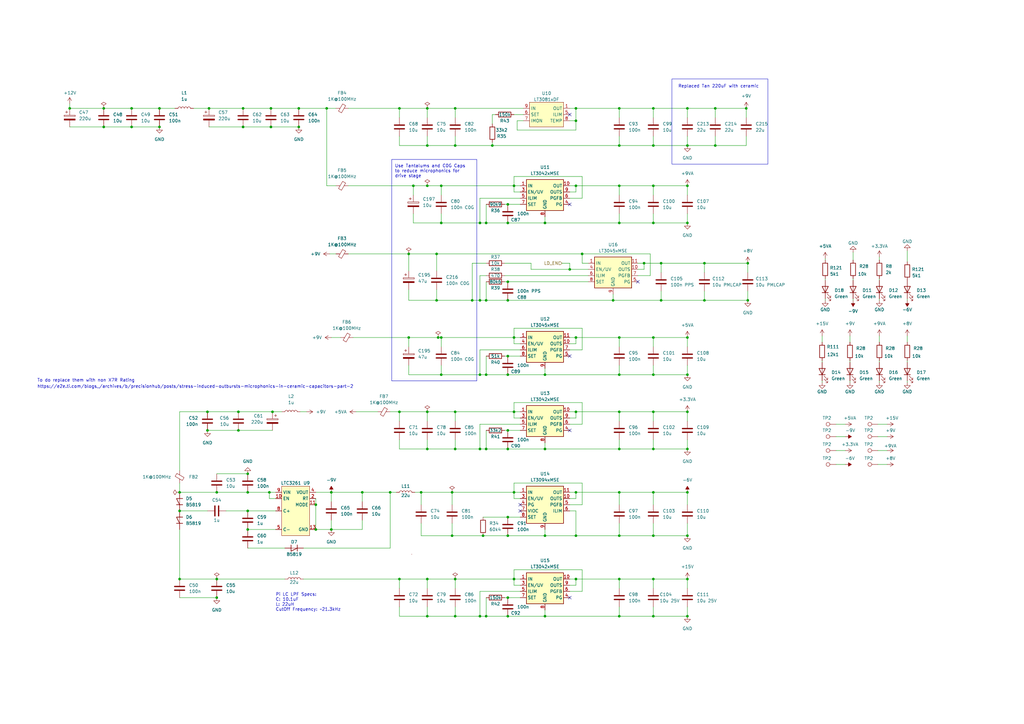
<source format=kicad_sch>
(kicad_sch (version 20230121) (generator eeschema)
  (paper "A3")
  (title_block (title "analog supply") (date "2023-11-09") (rev "r0_3") (company "M-Labs Limited") (comment 1 "Linus Woo Chun Kit"))
  (junction (at 175.26 237.49))
  (junction (at 223.52 184.15))
  (junction (at 236.22 76.2))
  (junction (at 210.82 201.93))
  (junction (at 65.405 44.45))
  (junction (at 210.82 76.2))
  (junction (at 236.22 168.91))
  (junction (at 185.42 219.71))
  (junction (at 101.6 217.17))
  (junction (at 254 184.15))
  (junction (at 208.28 245.11))
  (junction (at 185.42 201.93))
  (junction (at 208.28 176.53))
  (junction (at 135.89 217.17))
  (junction (at 133.985 44.45))
  (junction (at 193.675 123.19))
  (junction (at 281.94 59.69))
  (junction (at 293.37 44.45))
  (junction (at 210.82 138.43))
  (junction (at 254 91.44))
  (junction (at 236.22 49.53))
  (junction (at 208.28 252.73))
  (junction (at 196.85 184.15))
  (junction (at 88.9 237.49))
  (junction (at 199.39 252.73))
  (junction (at 180.975 138.43))
  (junction (at 208.28 184.15))
  (junction (at 65.405 52.07))
  (junction (at 254 44.45))
  (junction (at 238.76 104.14))
  (junction (at 267.97 76.2))
  (junction (at 199.39 153.67))
  (junction (at 254 237.49))
  (junction (at 111.76 168.91))
  (junction (at 306.705 107.95))
  (junction (at 160.02 201.93))
  (junction (at 85.725 44.45))
  (junction (at 53.975 52.07))
  (junction (at 175.26 59.69))
  (junction (at 267.97 201.93))
  (junction (at 99.695 52.07))
  (junction (at 28.575 44.45))
  (junction (at 281.94 138.43))
  (junction (at 267.97 138.43))
  (junction (at 85.09 168.91))
  (junction (at 196.85 91.44))
  (junction (at 199.39 123.19))
  (junction (at 267.97 252.73))
  (junction (at 281.94 237.49))
  (junction (at 186.69 252.73))
  (junction (at 293.37 59.69))
  (junction (at 208.28 123.19))
  (junction (at 254 219.71))
  (junction (at 97.79 168.91))
  (junction (at 148.59 201.93))
  (junction (at 223.52 153.67))
  (junction (at 223.52 91.44))
  (junction (at 236.22 44.45))
  (junction (at 101.6 209.55))
  (junction (at 281.94 76.2))
  (junction (at 281.94 201.93))
  (junction (at 281.94 168.91))
  (junction (at 306.705 123.19))
  (junction (at 186.69 237.49))
  (junction (at 186.69 184.15))
  (junction (at 163.83 168.91))
  (junction (at 236.22 219.71))
  (junction (at 254 168.91))
  (junction (at 281.94 252.73))
  (junction (at 251.46 123.19))
  (junction (at 180.975 76.2))
  (junction (at 179.07 104.14))
  (junction (at 198.12 219.71))
  (junction (at 281.94 184.15))
  (junction (at 267.97 44.45))
  (junction (at 135.89 201.93))
  (junction (at 233.68 110.49))
  (junction (at 180.975 91.44))
  (junction (at 267.97 168.91))
  (junction (at 175.26 168.91))
  (junction (at 281.94 219.71))
  (junction (at 186.69 59.69))
  (junction (at 208.28 83.82))
  (junction (at 122.555 52.07))
  (junction (at 236.22 201.93))
  (junction (at 99.695 44.45))
  (junction (at 254 153.67))
  (junction (at 254 138.43))
  (junction (at 210.82 168.91))
  (junction (at 281.94 91.44))
  (junction (at 254 59.69))
  (junction (at 267.97 184.15))
  (junction (at 288.925 123.19))
  (junction (at 254 76.2))
  (junction (at 101.6 201.93))
  (junction (at 175.26 252.73))
  (junction (at 122.555 44.45))
  (junction (at 196.85 123.19))
  (junction (at 208.28 91.44))
  (junction (at 208.28 153.67))
  (junction (at 73.66 209.55))
  (junction (at 201.93 59.69))
  (junction (at 267.97 237.49))
  (junction (at 208.28 212.09))
  (junction (at 196.85 252.73))
  (junction (at 111.125 52.07))
  (junction (at 175.26 184.15))
  (junction (at 180.975 153.67))
  (junction (at 167.64 104.14))
  (junction (at 88.9 201.93))
  (junction (at 254 201.93))
  (junction (at 85.09 176.53))
  (junction (at 110.49 201.93))
  (junction (at 208.28 115.57))
  (junction (at 264.16 107.95))
  (junction (at 267.97 219.71))
  (junction (at 208.28 146.05))
  (junction (at 223.52 252.73))
  (junction (at 73.66 201.93))
  (junction (at 97.79 176.53))
  (junction (at 267.97 59.69))
  (junction (at 42.545 52.07))
  (junction (at 236.22 237.49))
  (junction (at 281.94 153.67))
  (junction (at 223.52 219.71))
  (junction (at 175.26 76.2))
  (junction (at 208.28 219.71))
  (junction (at 288.925 107.95))
  (junction (at 306.07 44.45))
  (junction (at 169.545 76.2))
  (junction (at 179.705 138.43))
  (junction (at 163.83 44.45))
  (junction (at 199.39 184.15))
  (junction (at 101.6 194.31))
  (junction (at 88.9 245.11))
  (junction (at 167.64 138.43))
  (junction (at 267.97 91.44))
  (junction (at 271.145 123.19))
  (junction (at 175.26 44.45))
  (junction (at 210.82 237.49))
  (junction (at 254 252.73))
  (junction (at 281.94 44.45))
  (junction (at 73.66 237.49))
  (junction (at 163.83 237.49))
  (junction (at 186.69 168.91))
  (junction (at 129.54 207.01))
  (junction (at 53.975 44.45))
  (junction (at 267.97 153.67))
  (junction (at 111.125 44.45))
  (junction (at 42.545 44.45))
  (junction (at 186.69 44.45))
  (junction (at 271.145 107.95))
  (junction (at 179.07 123.19))
  (junction (at 129.54 217.17))
  (junction (at 172.72 201.93))
  (junction (at 236.22 138.43))
  (junction (at 199.39 91.44))
  (junction (at 196.85 153.67))
  (no_connect (at 233.68 176.53))
  (no_connect (at 233.68 245.11))
  (no_connect (at 261.62 115.57))
  (no_connect (at 233.68 46.99))
  (no_connect (at 213.36 209.55))
  (no_connect (at 213.36 207.01))
  (no_connect (at 233.68 83.82))
  (no_connect (at 233.68 146.05))
  (wire (pts (xy 88.9 201.93) (xy 101.6 201.93)))
  (wire (pts (xy 207.01 176.53) (xy 208.28 176.53)))
  (wire (pts (xy 28.575 42.545) (xy 28.575 44.45)))
  (wire (pts (xy 267.97 214.63) (xy 267.97 219.71)))
  (wire (pts (xy 267.97 153.67) (xy 267.97 149.86)))
  (wire (pts (xy 196.85 81.28) (xy 196.85 91.44)))
  (wire (pts (xy 175.26 241.3) (xy 175.26 237.49)))
  (wire (pts (xy 124.46 237.49) (xy 163.83 237.49)))
  (wire (pts (xy 254 237.49) (xy 254 241.3)))
  (wire (pts (xy 233.68 140.97) (xy 236.22 140.97)))
  (wire (pts (xy 148.59 201.93) (xy 148.59 205.74)))
  (wire (pts (xy 281.94 252.73) (xy 281.94 248.92)))
  (wire (pts (xy 271.145 107.95) (xy 271.145 111.76)))
  (wire (pts (xy 135.89 213.36) (xy 135.89 217.17)))
  (wire (pts (xy 163.83 252.73) (xy 163.83 248.92)))
  (wire (pts (xy 208.28 176.53) (xy 213.36 176.53)))
  (wire (pts (xy 349.885 106.68) (xy 349.885 103.505)))
  (wire (pts (xy 111.125 44.45) (xy 122.555 44.45)))
  (wire (pts (xy 135.89 217.17) (xy 129.54 217.17)))
  (wire (pts (xy 201.93 58.42) (xy 201.93 59.69)))
  (wire (pts (xy 196.85 91.44) (xy 199.39 91.44)))
  (wire (pts (xy 288.925 107.95) (xy 288.925 111.76)))
  (wire (pts (xy 342.9 179.07) (xy 346.71 179.07)))
  (wire (pts (xy 267.97 252.73) (xy 281.94 252.73)))
  (wire (pts (xy 186.69 172.72) (xy 186.69 168.91)))
  (wire (pts (xy 196.85 113.03) (xy 199.39 113.03)))
  (wire (pts (xy 236.22 219.71) (xy 223.52 219.71)))
  (wire (pts (xy 175.26 252.73) (xy 175.26 248.92)))
  (wire (pts (xy 167.64 138.43) (xy 167.64 142.24)))
  (wire (pts (xy 185.42 219.71) (xy 198.12 219.71)))
  (wire (pts (xy 201.93 50.8) (xy 201.93 46.99)))
  (wire (pts (xy 267.97 153.67) (xy 281.94 153.67)))
  (wire (pts (xy 85.09 176.53) (xy 97.79 176.53)))
  (wire (pts (xy 207.01 115.57) (xy 208.28 115.57)))
  (wire (pts (xy 210.82 76.2) (xy 213.36 76.2)))
  (wire (pts (xy 85.09 168.91) (xy 97.79 168.91)))
  (wire (pts (xy 342.9 184.785) (xy 346.71 184.785)))
  (wire (pts (xy 163.83 59.69) (xy 175.26 59.69)))
  (wire (pts (xy 210.82 237.49) (xy 213.36 237.49)))
  (wire (pts (xy 254 219.71) (xy 254 214.63)))
  (wire (pts (xy 199.39 184.15) (xy 208.28 184.15)))
  (wire (pts (xy 129.54 201.93) (xy 135.89 201.93)))
  (wire (pts (xy 293.37 44.45) (xy 281.94 44.45)))
  (wire (pts (xy 337.185 137.795) (xy 337.185 140.335)))
  (wire (pts (xy 199.39 252.73) (xy 208.28 252.73)))
  (wire (pts (xy 170.18 201.93) (xy 172.72 201.93)))
  (wire (pts (xy 180.975 80.01) (xy 180.975 76.2)))
  (wire (pts (xy 199.39 245.11) (xy 199.39 252.73)))
  (wire (pts (xy 172.72 214.63) (xy 172.72 219.71)))
  (wire (pts (xy 92.71 209.55) (xy 101.6 209.55)))
  (wire (pts (xy 208.28 184.15) (xy 223.52 184.15)))
  (wire (pts (xy 175.26 184.15) (xy 186.69 184.15)))
  (wire (pts (xy 179.07 118.745) (xy 179.07 123.19)))
  (wire (pts (xy 208.28 91.44) (xy 223.52 91.44)))
  (wire (pts (xy 213.36 204.47) (xy 210.82 204.47)))
  (wire (pts (xy 122.555 44.45) (xy 133.985 44.45)))
  (wire (pts (xy 254 219.71) (xy 267.97 219.71)))
  (wire (pts (xy 208.28 115.57) (xy 241.3 115.57)))
  (wire (pts (xy 163.83 252.73) (xy 175.26 252.73)))
  (wire (pts (xy 185.42 201.93) (xy 210.82 201.93)))
  (wire (pts (xy 186.69 168.91) (xy 210.82 168.91)))
  (wire (pts (xy 293.37 59.69) (xy 306.07 59.69)))
  (wire (pts (xy 199.39 115.57) (xy 199.39 123.19)))
  (wire (pts (xy 180.975 91.44) (xy 180.975 87.63)))
  (wire (pts (xy 199.39 146.05) (xy 199.39 153.67)))
  (wire (pts (xy 254 153.67) (xy 254 149.86)))
  (wire (pts (xy 238.76 134.62) (xy 210.82 134.62)))
  (wire (pts (xy 169.545 76.2) (xy 175.26 76.2)))
  (wire (pts (xy 199.39 153.67) (xy 208.28 153.67)))
  (wire (pts (xy 281.94 59.69) (xy 293.37 59.69)))
  (wire (pts (xy 172.72 219.71) (xy 185.42 219.71)))
  (wire (pts (xy 223.52 91.44) (xy 254 91.44)))
  (wire (pts (xy 236.22 240.03) (xy 236.22 237.49)))
  (wire (pts (xy 101.6 224.79) (xy 116.84 224.79)))
  (wire (pts (xy 198.12 219.71) (xy 208.28 219.71)))
  (wire (pts (xy 254 184.15) (xy 254 180.34)))
  (wire (pts (xy 210.82 140.97) (xy 210.82 138.43)))
  (wire (pts (xy 42.545 52.07) (xy 53.975 52.07)))
  (wire (pts (xy 167.64 104.14) (xy 179.07 104.14)))
  (wire (pts (xy 196.85 81.28) (xy 213.36 81.28)))
  (wire (pts (xy 267.97 59.69) (xy 254 59.69)))
  (wire (pts (xy 212.09 49.53) (xy 214.63 49.53)))
  (wire (pts (xy 271.145 107.95) (xy 288.925 107.95)))
  (wire (pts (xy 267.97 91.44) (xy 267.97 87.63)))
  (wire (pts (xy 223.52 250.19) (xy 223.52 252.73)))
  (wire (pts (xy 271.145 123.19) (xy 271.145 119.38)))
  (wire (pts (xy 254 201.93) (xy 267.97 201.93)))
  (wire (pts (xy 372.11 140.335) (xy 372.11 137.795)))
  (wire (pts (xy 360.68 114.3) (xy 360.68 114.935)))
  (wire (pts (xy 186.69 44.45) (xy 214.63 44.45)))
  (wire (pts (xy 196.85 173.99) (xy 213.36 173.99)))
  (wire (pts (xy 360.045 184.785) (xy 363.855 184.785)))
  (wire (pts (xy 175.26 184.15) (xy 175.26 180.34)))
  (wire (pts (xy 261.62 113.03) (xy 266.7 113.03)))
  (wire (pts (xy 238.76 107.95) (xy 241.3 107.95)))
  (wire (pts (xy 186.69 241.3) (xy 186.69 237.49)))
  (wire (pts (xy 254 237.49) (xy 267.97 237.49)))
  (wire (pts (xy 146.05 168.91) (xy 154.94 168.91)))
  (wire (pts (xy 236.22 237.49) (xy 254 237.49)))
  (wire (pts (xy 210.82 201.93) (xy 213.36 201.93)))
  (wire (pts (xy 236.22 44.45) (xy 236.22 49.53)))
  (wire (pts (xy 207.01 245.11) (xy 208.28 245.11)))
  (wire (pts (xy 179.07 104.14) (xy 238.76 104.14)))
  (wire (pts (xy 210.82 78.74) (xy 210.82 76.2)))
  (wire (pts (xy 196.85 252.73) (xy 199.39 252.73)))
  (wire (pts (xy 180.975 153.67) (xy 196.85 153.67)))
  (wire (pts (xy 236.22 219.71) (xy 254 219.71)))
  (wire (pts (xy 210.82 138.43) (xy 213.36 138.43)))
  (wire (pts (xy 73.66 237.49) (xy 88.9 237.49)))
  (wire (pts (xy 73.66 198.12) (xy 73.66 201.93)))
  (wire (pts (xy 337.185 148.59) (xy 337.185 147.955)))
  (wire (pts (xy 238.76 173.99) (xy 238.76 165.1)))
  (wire (pts (xy 175.26 172.72) (xy 175.26 168.91)))
  (wire (pts (xy 99.695 52.07) (xy 111.125 52.07)))
  (wire (pts (xy 73.66 237.49) (xy 73.66 217.17)))
  (wire (pts (xy 238.76 165.1) (xy 210.82 165.1)))
  (wire (pts (xy 208.28 123.19) (xy 251.46 123.19)))
  (wire (pts (xy 199.39 107.95) (xy 193.675 107.95)))
  (wire (pts (xy 99.695 44.45) (xy 111.125 44.45)))
  (wire (pts (xy 281.94 76.2) (xy 281.94 80.01)))
  (wire (pts (xy 163.83 172.72) (xy 163.83 168.91)))
  (wire (pts (xy 281.94 184.15) (xy 281.94 180.34)))
  (wire (pts (xy 201.93 46.99) (xy 203.2 46.99)))
  (wire (pts (xy 266.7 104.14) (xy 238.76 104.14)))
  (wire (pts (xy 210.82 240.03) (xy 210.82 237.49)))
  (wire (pts (xy 281.94 168.91) (xy 281.94 172.72)))
  (wire (pts (xy 233.68 143.51) (xy 238.76 143.51)))
  (wire (pts (xy 254 48.26) (xy 254 44.45)))
  (wire (pts (xy 196.85 113.03) (xy 196.85 123.19)))
  (wire (pts (xy 236.22 201.93) (xy 254 201.93)))
  (wire (pts (xy 175.26 168.91) (xy 186.69 168.91)))
  (wire (pts (xy 233.68 240.03) (xy 236.22 240.03)))
  (wire (pts (xy 201.93 59.69) (xy 254 59.69)))
  (wire (pts (xy 175.26 44.45) (xy 186.69 44.45)))
  (wire (pts (xy 142.875 44.45) (xy 163.83 44.45)))
  (wire (pts (xy 111.125 52.07) (xy 122.555 52.07)))
  (wire (pts (xy 236.22 138.43) (xy 254 138.43)))
  (wire (pts (xy 110.49 201.93) (xy 113.03 201.93)))
  (wire (pts (xy 360.045 179.07) (xy 363.855 179.07)))
  (wire (pts (xy 233.68 173.99) (xy 238.76 173.99)))
  (wire (pts (xy 217.805 107.95) (xy 217.805 110.49)))
  (wire (pts (xy 210.82 134.62) (xy 210.82 138.43)))
  (wire (pts (xy 267.97 76.2) (xy 267.97 80.01)))
  (wire (pts (xy 267.97 138.43) (xy 281.94 138.43)))
  (wire (pts (xy 254 44.45) (xy 267.97 44.45)))
  (wire (pts (xy 254 91.44) (xy 267.97 91.44)))
  (wire (pts (xy 288.925 123.19) (xy 288.925 119.38)))
  (wire (pts (xy 266.7 113.03) (xy 266.7 104.14)))
  (wire (pts (xy 223.52 151.13) (xy 223.52 153.67)))
  (wire (pts (xy 233.68 110.49) (xy 241.3 110.49)))
  (wire (pts (xy 233.68 138.43) (xy 236.22 138.43)))
  (wire (pts (xy 163.83 59.69) (xy 163.83 55.88)))
  (wire (pts (xy 233.68 81.28) (xy 238.76 81.28)))
  (wire (pts (xy 196.85 153.67) (xy 199.39 153.67)))
  (wire (pts (xy 223.52 181.61) (xy 223.52 184.15)))
  (wire (pts (xy 113.03 204.47) (xy 110.49 204.47)))
  (wire (pts (xy 73.66 245.11) (xy 88.9 245.11)))
  (wire (pts (xy 186.69 59.69) (xy 201.93 59.69)))
  (wire (pts (xy 180.975 153.67) (xy 180.975 149.86)))
  (wire (pts (xy 233.68 76.2) (xy 236.22 76.2)))
  (wire (pts (xy 185.42 214.63) (xy 185.42 219.71)))
  (wire (pts (xy 179.07 104.14) (xy 179.07 111.125)))
  (wire (pts (xy 208.28 252.73) (xy 223.52 252.73)))
  (wire (pts (xy 348.615 148.59) (xy 348.615 147.955)))
  (wire (pts (xy 175.26 252.73) (xy 186.69 252.73)))
  (wire (pts (xy 186.69 48.26) (xy 186.69 44.45)))
  (wire (pts (xy 135.89 201.93) (xy 148.59 201.93)))
  (wire (pts (xy 115.57 168.91) (xy 111.76 168.91)))
  (wire (pts (xy 123.19 168.91) (xy 125.73 168.91)))
  (wire (pts (xy 267.97 44.45) (xy 281.94 44.45)))
  (wire (pts (xy 199.39 176.53) (xy 199.39 184.15)))
  (wire (pts (xy 254 168.91) (xy 254 172.72)))
  (wire (pts (xy 254 201.93) (xy 254 207.01)))
  (wire (pts (xy 185.42 201.93) (xy 185.42 207.01)))
  (wire (pts (xy 135.89 201.93) (xy 135.89 205.74)))
  (wire (pts (xy 213.36 78.74) (xy 210.82 78.74)))
  (wire (pts (xy 267.97 48.26) (xy 267.97 44.45)))
  (wire (pts (xy 163.83 237.49) (xy 175.26 237.49)))
  (wire (pts (xy 196.85 143.51) (xy 213.36 143.51)))
  (wire (pts (xy 186.69 252.73) (xy 186.69 248.92)))
  (wire (pts (xy 167.64 138.43) (xy 179.705 138.43)))
  (wire (pts (xy 233.68 168.91) (xy 236.22 168.91)))
  (wire (pts (xy 212.09 49.53) (xy 212.09 53.34)))
  (wire (pts (xy 372.11 102.87) (xy 372.11 107.315)))
  (wire (pts (xy 180.975 138.43) (xy 210.82 138.43)))
  (wire (pts (xy 236.22 49.53) (xy 233.68 49.53)))
  (wire (pts (xy 271.145 123.19) (xy 288.925 123.19)))
  (wire (pts (xy 338.455 114.935) (xy 338.455 114.3)))
  (wire (pts (xy 233.68 171.45) (xy 236.22 171.45)))
  (wire (pts (xy 254 91.44) (xy 254 87.63)))
  (wire (pts (xy 293.37 55.88) (xy 293.37 59.69)))
  (wire (pts (xy 238.76 81.28) (xy 238.76 72.39)))
  (wire (pts (xy 213.36 240.03) (xy 210.82 240.03)))
  (wire (pts (xy 236.22 209.55) (xy 236.22 219.71)))
  (wire (pts (xy 167.64 153.67) (xy 180.975 153.67)))
  (wire (pts (xy 254 153.67) (xy 267.97 153.67)))
  (wire (pts (xy 101.6 217.17) (xy 113.03 217.17)))
  (wire (pts (xy 163.83 241.3) (xy 163.83 237.49)))
  (wire (pts (xy 306.07 44.45) (xy 293.37 44.45)))
  (wire (pts (xy 233.68 242.57) (xy 238.76 242.57)))
  (wire (pts (xy 236.22 168.91) (xy 254 168.91)))
  (wire (pts (xy 223.52 219.71) (xy 223.52 217.17)))
  (wire (pts (xy 160.02 224.79) (xy 160.02 201.93)))
  (wire (pts (xy 163.83 48.26) (xy 163.83 44.45)))
  (wire (pts (xy 236.22 53.34) (xy 236.22 49.53)))
  (wire (pts (xy 65.405 44.45) (xy 71.755 44.45)))
  (wire (pts (xy 267.97 201.93) (xy 281.94 201.93)))
  (wire (pts (xy 306.07 48.26) (xy 306.07 44.45)))
  (wire (pts (xy 148.59 217.17) (xy 135.89 217.17)))
  (wire (pts (xy 79.375 44.45) (xy 85.725 44.45)))
  (wire (pts (xy 338.455 106.045) (xy 338.455 106.68)))
  (wire (pts (xy 175.26 48.26) (xy 175.26 44.45)))
  (wire (pts (xy 267.97 237.49) (xy 281.94 237.49)))
  (wire (pts (xy 207.01 107.95) (xy 217.805 107.95)))
  (wire (pts (xy 110.49 204.47) (xy 110.49 201.93)))
  (wire (pts (xy 175.26 59.69) (xy 175.26 55.88)))
  (wire (pts (xy 210.82 168.91) (xy 213.36 168.91)))
  (wire (pts (xy 267.97 201.93) (xy 267.97 207.01)))
  (wire (pts (xy 198.12 212.09) (xy 208.28 212.09)))
  (wire (pts (xy 342.9 190.5) (xy 346.71 190.5)))
  (wire (pts (xy 254 252.73) (xy 254 248.92)))
  (wire (pts (xy 233.68 78.74) (xy 236.22 78.74)))
  (wire (pts (xy 172.72 201.93) (xy 172.72 207.01)))
  (wire (pts (xy 238.76 72.39) (xy 210.82 72.39)))
  (wire (pts (xy 199.39 123.19) (xy 208.28 123.19)))
  (wire (pts (xy 254 252.73) (xy 267.97 252.73)))
  (wire (pts (xy 264.16 107.95) (xy 271.145 107.95)))
  (wire (pts (xy 236.22 140.97) (xy 236.22 138.43)))
  (wire (pts (xy 129.54 207.01) (xy 129.54 217.17)))
  (wire (pts (xy 267.97 252.73) (xy 267.97 248.92)))
  (wire (pts (xy 261.62 110.49) (xy 264.16 110.49)))
  (wire (pts (xy 28.575 44.45) (xy 42.545 44.45)))
  (wire (pts (xy 186.69 59.69) (xy 186.69 55.88)))
  (wire (pts (xy 142.875 76.2) (xy 169.545 76.2)))
  (wire (pts (xy 137.795 76.2) (xy 133.985 76.2)))
  (wire (pts (xy 254 55.88) (xy 254 59.69)))
  (wire (pts (xy 288.925 123.19) (xy 306.705 123.19)))
  (wire (pts (xy 196.85 242.57) (xy 196.85 252.73)))
  (wire (pts (xy 267.97 91.44) (xy 281.94 91.44)))
  (wire (pts (xy 360.045 173.99) (xy 363.855 173.99)))
  (wire (pts (xy 73.66 209.55) (xy 85.09 209.55)))
  (wire (pts (xy 186.69 237.49) (xy 210.82 237.49)))
  (wire (pts (xy 101.6 201.93) (xy 110.49 201.93)))
  (wire (pts (xy 85.725 44.45) (xy 99.695 44.45)))
  (wire (pts (xy 186.69 184.15) (xy 186.69 180.34)))
  (wire (pts (xy 264.16 110.49) (xy 264.16 107.95)))
  (wire (pts (xy 73.66 168.91) (xy 73.66 193.04)))
  (wire (pts (xy 210.82 46.99) (xy 214.63 46.99)))
  (wire (pts (xy 133.985 44.45) (xy 133.985 76.2)))
  (wire (pts (xy 135.255 104.14) (xy 137.795 104.14)))
  (wire (pts (xy 349.885 114.935) (xy 349.885 114.3)))
  (wire (pts (xy 88.9 237.49) (xy 116.84 237.49)))
  (wire (pts (xy 169.545 91.44) (xy 180.975 91.44)))
  (wire (pts (xy 261.62 107.95) (xy 264.16 107.95)))
  (wire (pts (xy 210.82 72.39) (xy 210.82 76.2)))
  (wire (pts (xy 281.94 44.45) (xy 281.94 48.26)))
  (wire (pts (xy 254 76.2) (xy 267.97 76.2)))
  (wire (pts (xy 233.68 237.49) (xy 236.22 237.49)))
  (wire (pts (xy 193.675 123.19) (xy 196.85 123.19)))
  (wire (pts (xy 196.85 123.19) (xy 199.39 123.19)))
  (wire (pts (xy 238.76 198.12) (xy 210.82 198.12)))
  (wire (pts (xy 233.68 44.45) (xy 236.22 44.45)))
  (wire (pts (xy 135.89 138.43) (xy 139.7 138.43)))
  (wire (pts (xy 196.85 143.51) (xy 196.85 153.67)))
  (wire (pts (xy 281.94 91.44) (xy 281.94 87.63)))
  (wire (pts (xy 28.575 52.07) (xy 42.545 52.07)))
  (wire (pts (xy 338.455 123.19) (xy 338.455 122.555)))
  (wire (pts (xy 196.85 173.99) (xy 196.85 184.15)))
  (wire (pts (xy 281.94 138.43) (xy 281.94 142.24)))
  (wire (pts (xy 281.94 153.67) (xy 281.94 149.86)))
  (wire (pts (xy 233.68 204.47) (xy 236.22 204.47)))
  (wire (pts (xy 199.39 91.44) (xy 208.28 91.44)))
  (wire (pts (xy 230.505 107.95) (xy 233.68 107.95)))
  (wire (pts (xy 238.76 207.01) (xy 238.76 198.12)))
  (wire (pts (xy 372.11 122.555) (xy 372.11 123.19)))
  (wire (pts (xy 163.83 168.91) (xy 175.26 168.91)))
  (wire (pts (xy 236.22 78.74) (xy 236.22 76.2)))
  (wire (pts (xy 207.01 146.05) (xy 208.28 146.05)))
  (wire (pts (xy 196.85 184.15) (xy 199.39 184.15)))
  (wire (pts (xy 233.68 107.95) (xy 233.68 110.49)))
  (wire (pts (xy 212.09 53.34) (xy 236.22 53.34)))
  (wire (pts (xy 196.85 242.57) (xy 213.36 242.57)))
  (wire (pts (xy 208.28 153.67) (xy 223.52 153.67)))
  (wire (pts (xy 210.82 171.45) (xy 210.82 168.91)))
  (wire (pts (xy 180.975 76.2) (xy 210.82 76.2)))
  (wire (pts (xy 210.82 198.12) (xy 210.82 201.93)))
  (wire (pts (xy 133.985 44.45) (xy 137.795 44.45)))
  (wire (pts (xy 213.36 140.97) (xy 210.82 140.97)))
  (wire (pts (xy 238.76 242.57) (xy 238.76 233.68)))
  (wire (pts (xy 88.9 194.31) (xy 101.6 194.31)))
  (wire (pts (xy 179.07 123.19) (xy 193.675 123.19)))
  (wire (pts (xy 306.705 123.19) (xy 306.705 119.38)))
  (wire (pts (xy 267.97 168.91) (xy 267.97 172.72)))
  (wire (pts (xy 293.37 44.45) (xy 293.37 48.26)))
  (wire (pts (xy 167.64 123.19) (xy 179.07 123.19)))
  (wire (pts (xy 267.97 76.2) (xy 281.94 76.2)))
  (wire (pts (xy 180.975 142.24) (xy 180.975 138.43)))
  (wire (pts (xy 53.975 52.07) (xy 65.405 52.07)))
  (wire (pts (xy 210.82 204.47) (xy 210.82 201.93)))
  (wire (pts (xy 360.68 156.845) (xy 360.68 156.21)))
  (wire (pts (xy 372.11 148.59) (xy 372.11 147.955)))
  (wire (pts (xy 342.9 173.99) (xy 346.71 173.99)))
  (wire (pts (xy 238.76 233.68) (xy 210.82 233.68)))
  (wire (pts (xy 254 138.43) (xy 267.97 138.43)))
  (wire (pts (xy 167.64 118.745) (xy 167.64 123.19)))
  (wire (pts (xy 251.46 120.65) (xy 251.46 123.19)))
  (wire (pts (xy 267.97 219.71) (xy 281.94 219.71)))
  (wire (pts (xy 208.28 245.11) (xy 213.36 245.11)))
  (wire (pts (xy 223.52 88.9) (xy 223.52 91.44)))
  (wire (pts (xy 73.66 168.91) (xy 85.09 168.91)))
  (wire (pts (xy 360.68 106.68) (xy 360.68 105.41)))
  (wire (pts (xy 267.97 237.49) (xy 267.97 241.3)))
  (wire (pts (xy 254 184.15) (xy 267.97 184.15)))
  (wire (pts (xy 360.045 190.5) (xy 363.855 190.5)))
  (wire (pts (xy 236.22 171.45) (xy 236.22 168.91)))
  (wire (pts (xy 210.82 233.68) (xy 210.82 237.49)))
  (wire (pts (xy 281.94 55.88) (xy 281.94 59.69)))
  (wire (pts (xy 372.11 156.845) (xy 372.11 156.21)))
  (wire (pts (xy 42.545 44.45) (xy 53.975 44.45)))
  (wire (pts (xy 199.39 83.82) (xy 199.39 91.44)))
  (wire (pts (xy 160.02 168.91) (xy 163.83 168.91)))
  (wire (pts (xy 124.46 224.79) (xy 160.02 224.79)))
  (wire (pts (xy 254 138.43) (xy 254 142.24)))
  (wire (pts (xy 208.28 212.09) (xy 213.36 212.09)))
  (wire (pts (xy 167.64 104.14) (xy 167.64 111.125)))
  (wire (pts (xy 210.82 165.1) (xy 210.82 168.91)))
  (wire (pts (xy 288.925 107.95) (xy 306.705 107.95)))
  (wire (pts (xy 306.07 59.69) (xy 306.07 55.88)))
  (wire (pts (xy 175.26 76.2) (xy 180.975 76.2)))
  (wire (pts (xy 53.975 44.45) (xy 65.405 44.45)))
  (wire (pts (xy 175.26 59.69) (xy 186.69 59.69)))
  (wire (pts (xy 163.83 184.15) (xy 175.26 184.15)))
  (wire (pts (xy 208.28 146.05) (xy 213.36 146.05)))
  (wire (pts (xy 175.26 237.49) (xy 186.69 237.49)))
  (wire (pts (xy 254 168.91) (xy 267.97 168.91)))
  (wire (pts (xy 111.76 168.91) (xy 97.79 168.91)))
  (wire (pts (xy 348.615 140.335) (xy 348.615 137.795)))
  (wire (pts (xy 160.02 201.93) (xy 148.59 201.93)))
  (wire (pts (xy 348.615 156.21) (xy 348.615 156.845)))
  (wire (pts (xy 172.72 201.93) (xy 185.42 201.93)))
  (wire (pts (xy 169.545 91.44) (xy 169.545 87.63)))
  (wire (pts (xy 281.94 201.93) (xy 281.94 207.01)))
  (wire (pts (xy 85.725 52.07) (xy 99.695 52.07)))
  (wire (pts (xy 101.6 209.55) (xy 113.03 209.55)))
  (wire (pts (xy 223.52 153.67) (xy 254 153.67)))
  (wire (pts (xy 142.875 104.14) (xy 167.64 104.14)))
  (wire (pts (xy 238.76 143.51) (xy 238.76 134.62)))
  (wire (pts (xy 73.66 201.93) (xy 88.9 201.93)))
  (wire (pts (xy 179.705 138.43) (xy 180.975 138.43)))
  (wire (pts (xy 360.68 148.59) (xy 360.68 147.955)))
  (wire (pts (xy 267.97 168.91) (xy 281.94 168.91)))
  (wire (pts (xy 233.68 207.01) (xy 238.76 207.01)))
  (wire (pts (xy 236.22 76.2) (xy 254 76.2)))
  (wire (pts (xy 236.22 204.47) (xy 236.22 201.93)))
  (wire (pts (xy 193.675 107.95) (xy 193.675 123.19)))
  (wire (pts (xy 236.22 44.45) (xy 254 44.45)))
  (wire (pts (xy 144.78 138.43) (xy 167.64 138.43)))
  (wire (pts (xy 208.28 219.71) (xy 223.52 219.71)))
  (wire (pts (xy 236.22 209.55) (xy 233.68 209.55)))
  (wire (pts (xy 111.76 176.53) (xy 97.79 176.53)))
  (wire (pts (xy 186.69 184.15) (xy 196.85 184.15)))
  (wire (pts (xy 337.185 156.21) (xy 337.185 156.845)))
  (wire (pts (xy 267.97 184.15) (xy 267.97 180.34)))
  (wire (pts (xy 207.01 83.82) (xy 208.28 83.82)))
  (wire (pts (xy 167.64 149.86) (xy 167.64 153.67)))
  (wire (pts (xy 267.97 138.43) (xy 267.97 142.24)))
  (wire (pts (xy 217.805 110.49) (xy 233.68 110.49)))
  (wire (pts (xy 213.36 171.45) (xy 210.82 171.45)))
  (wire (pts (xy 349.885 122.555) (xy 349.885 123.19)))
  (wire (pts (xy 360.68 140.335) (xy 360.68 137.795)))
  (wire (pts (xy 233.68 201.93) (xy 236.22 201.93)))
  (wire (pts (xy 254 76.2) (xy 254 80.01)))
  (wire (pts (xy 251.46 123.19) (xy 271.145 123.19)))
  (wire (pts (xy 163.83 44.45) (xy 175.26 44.45)))
  (wire (pts (xy 223.52 184.15) (xy 254 184.15)))
  (wire (pts (xy 208.28 83.82) (xy 213.36 83.82)))
  (wire (pts (xy 180.975 91.44) (xy 196.85 91.44)))
  (wire (pts (xy 306.705 107.95) (xy 306.705 111.76)))
  (wire (pts (xy 360.68 122.555) (xy 360.68 123.19)))
  (wire (pts (xy 281.94 237.49) (xy 281.94 241.3)))
  (wire (pts (xy 148.59 213.36) (xy 148.59 217.17)))
  (wire (pts (xy 267.97 55.88) (xy 267.97 59.69)))
  (wire (pts (xy 129.54 204.47) (xy 129.54 207.01)))
  (wire (pts (xy 267.97 59.69) (xy 281.94 59.69)))
  (wire (pts (xy 223.52 252.73) (xy 254 252.73)))
  (wire (pts (xy 186.69 252.73) (xy 196.85 252.73)))
  (wire (pts (xy 267.97 184.15) (xy 281.94 184.15)))
  (wire (pts (xy 238.76 104.14) (xy 238.76 107.95)))
  (wire (pts (xy 160.02 201.93) (xy 162.56 201.93)))
  (wire (pts (xy 281.94 214.63) (xy 281.94 219.71)))
  (wire (pts (xy 169.545 80.01) (xy 169.545 76.2)))
  (wire (pts (xy 163.83 184.15) (xy 163.83 180.34)))
  (wire (pts (xy 207.01 113.03) (xy 241.3 113.03)))
  (rectangle (start 160.655 65.405) (end 195.58 156.21))
  (rectangle (start 275.59 32.385) (end 314.96 67.31))
  (text "Pi LC LPF Specs:\nC: 10.1uF\nL: 22uH\nCutOff Frequency: ~21.3kHz" (at 113.03 250.825 0) (effects (font (size 1.27 1.27)) (justify left bottom)))
  (text "To do replace them with non X7R Rating" (at 15.24 156.845 0) (effects (font (size 1.27 1.27)) (justify left bottom)))
  (text "Replaced Tan 220uF with ceramic" (at 278.13 36.195 0) (effects (font (size 1.27 1.27)) (justify left bottom)))
  (text "Use Tantalums and C0G Caps\nto reduce microphonics for \ndrive stage" (at 161.925 73.025 0) (effects (font (size 1.27 1.27)) (justify left bottom)))
  (text "https://e2e.ti.com/blogs_/archives/b/precisionhub/posts/stress-induced-outbursts-microphonics-in-ceramic-capacitors-part-2" (at 15.24 159.385 0) (effects (font (size 1.27 1.27)) (justify left bottom)))
  (hierarchical_label "LD_EN" (shape input) (at 230.505 107.95 180))
  (symbol (lib_id "Device:R") (at 198.12 215.9 0) (unit 1)
    (property "Reference" "R34" (at 200.66 214.6299 0) (effects (justify left)))
    (property "Value" "60k4" (at 200.66 217.1699 0) (effects (justify left)))
    (property "Footprint" "Resistor_SMD:R_0603_1608Metric" (effects hide))
    (property "MFR_PN" "RT0603FRE0760K4L" (effects hide))
    (property "MFR_PN_ALT" "RC0603FR-0760K4L" (effects hide))
  )
  (symbol (lib_id "Device:LED") (at 349.885 118.745 90) (unit 1)
    (property "Reference" "D11" (at 353.695 119.0625 90) (effects (justify right)))
    (property "Value" "Green" (at 353.695 121.6025 90) (effects (justify right)))
    (property "Footprint" "LED_SMD:LED_0603_1608Metric" (effects hide))
    (property "MFR_PN" "150060GS75000" (effects hide))
  )
  (symbol (lib_id "Device:LED") (at 372.11 152.4 90) (unit 1)
    (property "Reference" "D17" (at 375.92 152.7175 90) (effects (justify right)))
    (property "Value" "Green" (at 375.92 155.2575 90) (effects (justify right)))
    (property "Footprint" "LED_SMD:LED_0603_1608Metric" (effects hide))
    (property "MFR_PN" "150060GS75000" (effects hide))
  )
  (symbol (lib_id "Device:C") (at 85.09 172.72 0) (mirror y) (unit 1)
    (property "Reference" "C52" (at 81.28 171.4499 0) (effects (justify left)))
    (property "Value" "100n" (at 81.28 173.9899 0) (effects (justify left)))
    (property "Footprint" "Capacitor_SMD:C_0603_1608Metric" (effects hide))
    (property "MFR_PN" "CL10B104KB8NNWC" (effects hide))
    (property "MFR_PN_ALT" "CL10B104KB8NNNL" (effects hide))
  )
  (symbol (lib_id "Device:C") (at 254 83.82 0) (unit 1)
    (property "Reference" "C94" (at 257.81 82.5499 0) (effects (justify left)))
    (property "Value" "100n" (at 257.81 85.0899 0) (effects (justify left)))
    (property "Footprint" "Capacitor_SMD:C_0603_1608Metric" (effects hide))
    (property "MFR_PN" "CL10B104KB8NNWC" (effects hide))
    (property "MFR_PN_ALT" "CL10B104KB8NNNL" (effects hide))
  )
  (symbol (lib_id "power:+5VA") (at 281.94 138.43 0) (unit 1)
    (property "Reference" "#PWR089" (effects hide))
    (property "Value" "+5VA" (at 281.94 133.35 0))
  )
  (symbol (lib_id "Device:C") (at 101.6 213.36 0) (unit 1)
    (property "Reference" "C59" (at 105.41 212.0899 0) (effects (justify left)))
    (property "Value" "1u" (at 105.41 214.6299 0) (effects (justify left)))
    (property "Footprint" "Capacitor_SMD:C_0603_1608Metric" (effects hide))
    (property "MFR_PN" "CL10B105KA8NNNC" (effects hide))
    (property "MFR_PN_ALT" "CGA3E1X7R1E105K080AC" (effects hide))
  )
  (symbol (lib_id "power:PWR_FLAG") (at 175.26 76.2 0) (unit 1)
    (property "Reference" "#FLG010" (effects hide))
    (property "Value" "PWR_FLAG" (effects hide))
  )
  (symbol (lib_id "Device:C") (at 148.59 209.55 0) (unit 1)
    (property "Reference" "C66" (at 152.4 208.2799 0) (effects (justify left)))
    (property "Value" "10u" (at 152.4 210.8199 0) (effects (justify left)))
    (property "Footprint" "Capacitor_SMD:C_0805_2012Metric" (effects hide))
    (property "MFR_PN" "CL21B106KOQNNNG" (effects hide))
    (property "MFR_PN_ALT" "CL21B106KOQNNNE" (effects hide))
  )
  (symbol (lib_id "Device:R") (at 203.2 83.82 90) (unit 1)
    (property "Reference" "R36" (at 203.2 86.36 90))
    (property "Value" "90k9" (at 203.2 83.82 90))
    (property "Footprint" "Resistor_SMD:R_0603_1608Metric" (effects hide))
    (property "MFR_PN" "RT0603FRE0790K9L" (effects hide))
    (property "MFR_PN_ALT" "ERJ-UP3F9092V" (effects hide))
  )
  (symbol (lib_id "Device:R") (at 203.2 245.11 90) (unit 1)
    (property "Reference" "R42" (at 203.2 247.65 90))
    (property "Value" "150k" (at 203.2 245.11 90))
    (property "Footprint" "Resistor_SMD:R_0603_1608Metric" (effects hide))
    (property "MFR_PN" "CRGCQ0603F150K" (effects hide))
    (property "MFR_PN_ALT" "RMCF0603FG150K" (effects hide))
  )
  (symbol (lib_id "Device:C") (at 281.94 210.82 0) (unit 1)
    (property "Reference" "C110" (at 285.75 209.5499 0) (effects (justify left)))
    (property "Value" "10u" (at 285.75 212.0899 0) (effects (justify left)))
    (property "Footprint" "Capacitor_SMD:C_0805_2012Metric" (effects hide))
    (property "MFR_PN" "GRM21BZ71E106KE15K" (effects hide))
    (property "MFR_PN_ALT" "GRM21BZ71E106KE15L" (effects hide))
  )
  (symbol (lib_id "Device:C") (at 99.695 48.26 0) (unit 1)
    (property "Reference" "C62" (at 103.505 46.9899 0) (effects (justify left)))
    (property "Value" "10u" (at 103.505 49.5299 0) (effects (justify left)))
    (property "Footprint" "Capacitor_SMD:C_0805_2012Metric" (effects hide))
    (property "MFR_PN" "CL21B106KOQNNNG" (effects hide))
    (property "MFR_PN_ALT" "CL21B106KOQNNNE" (effects hide))
  )
  (symbol (lib_id "Device:R") (at 338.455 110.49 180) (unit 1)
    (property "Reference" "R121" (at 342.9 109.855 0))
    (property "Value" "5k1" (at 342.265 112.395 0))
    (property "Footprint" "Resistor_SMD:R_0603_1608Metric" (effects hide))
    (property "MFR_PN" "RMCF0603FT5K10" (effects hide))
    (property "MFR_PN_ALT" "CR0603-FX-5101ELF" (effects hide))
    (instances (project "kirdy" (path "" (reference "R121") (unit 1)) (path "" (reference "R126") (unit 1))))
  )
  (symbol (lib_id "power:+9VA") (at 363.855 184.785 270) (unit 1)
    (property "Reference" "#PWR0212" (effects hide))
    (property "Value" "+9VA" (at 362.585 182.88 90) (effects (justify left)))
  )
  (symbol (lib_id "power:GND") (at 349.885 103.505 180) (unit 1)
    (property "Reference" "#PWR0195" (effects hide))
    (property "Value" "GND" (at 349.885 99.695 0))
  )
  (symbol (lib_id "power:PWR_FLAG") (at 167.64 104.14 0) (unit 1)
    (property "Reference" "#FLG08" (effects hide))
    (property "Value" "PWR_FLAG" (effects hide))
  )
  (symbol (lib_id "power:GND") (at 337.185 156.845 0) (unit 1)
    (property "Reference" "#PWR0201" (effects hide))
    (property "Value" "GND" (at 337.185 160.655 0))
  )
  (symbol (lib_id "Device:FerriteBead_Small") (at 73.66 195.58 180) (unit 1)
    (property "Reference" "FB2" (at 77.47 195.58 0) (effects (justify right)))
    (property "Value" "1K@100MHz" (at 58.42 195.58 0) (effects (justify right)))
    (property "Footprint" "Inductor_SMD:L_1210_3225Metric" (effects hide))
    (property "MFR_PN" "FBMH3225HM102NT" (effects hide))
    (property "MFR_PN_ALT" "FBMH3225HM102NTV" (effects hide))
  )
  (symbol (lib_id "Device:C_Polarized") (at 169.545 83.82 0) (unit 1)
    (property "Reference" "C197" (at 173.355 81.6609 0) (effects (justify left)))
    (property "Value" "10u" (at 173.355 84.2009 0) (effects (justify left)))
    (property "Footprint" "Capacitor_Tantalum_SMD:CP_EIA-3528-21_Kemet-B" (effects hide))
    (property "MFR_PN" "T491B106K016ATAUTO" (effects hide))
    (instances (project "kirdy" (path "" (reference "C197") (unit 1)) (path "" (reference "C67") (unit 1))))
  )
  (symbol (lib_id "Device:C") (at 208.28 180.34 0) (unit 1)
    (property "Reference" "C90" (at 209.55 182.88 0) (effects (justify left)))
    (property "Value" "100n" (at 212.09 180.34 0) (effects (justify left)))
    (property "Footprint" "Capacitor_SMD:C_0603_1608Metric" (effects hide))
    (property "MFR_PN" "CL10B104KB8NNWC" (effects hide))
    (property "MFR_PN_ALT" "CL10B104KB8NNNL" (effects hide))
  )
  (symbol (lib_id "Device:C") (at 175.26 176.53 0) (unit 1)
    (property "Reference" "C78" (at 179.07 175.2599 0) (effects (justify left)))
    (property "Value" "10u" (at 179.07 177.7999 0) (effects (justify left)))
    (property "Footprint" "Capacitor_SMD:C_0805_2012Metric" (effects hide))
    (property "MFR_PN" "CL21B106KOQNNNG" (effects hide))
    (property "MFR_PN_ALT" "CL21B106KOQNNNE" (effects hide))
  )
  (symbol (lib_id "Device:C") (at 254 52.07 0) (unit 1)
    (property "Reference" "C93" (at 257.81 50.7999 0) (effects (justify left)))
    (property "Value" "100n" (at 257.81 53.3399 0) (effects (justify left)))
    (property "Footprint" "Capacitor_SMD:C_0603_1608Metric" (effects hide))
    (property "MFR_PN" "CL10B104KB8NNWC" (effects hide))
    (property "MFR_PN_ALT" "CL10B104KB8NNNL" (effects hide))
  )
  (symbol (lib_id "power:GND") (at 306.705 123.19 0) (unit 1)
    (property "Reference" "#PWR098" (effects hide))
    (property "Value" "GND" (at 306.705 128.27 0))
  )
  (symbol (lib_id "Device:C") (at 267.97 210.82 0) (unit 1)
    (property "Reference" "C103" (at 271.78 209.5499 0) (effects (justify left)))
    (property "Value" "10u" (at 271.78 212.0899 0) (effects (justify left)))
    (property "Footprint" "Capacitor_SMD:C_0805_2012Metric" (effects hide))
    (property "MFR_PN" "CL21B106KOQNNNG" (effects hide))
    (property "MFR_PN_ALT" "CL21B106KOQNNNE" (effects hide))
  )
  (symbol (lib_id "Device:C") (at 175.26 245.11 0) (unit 1)
    (property "Reference" "C79" (at 179.07 243.8399 0) (effects (justify left)))
    (property "Value" "10u" (at 179.07 246.3799 0) (effects (justify left)))
    (property "Footprint" "Capacitor_SMD:C_0805_2012Metric" (effects hide))
    (property "MFR_PN" "CL21B106KOQNNNG" (effects hide))
    (property "MFR_PN_ALT" "CL21B106KOQNNNE" (effects hide))
  )
  (symbol (lib_id "Device:R") (at 372.11 111.125 180) (unit 1)
    (property "Reference" "R121" (at 376.555 110.49 0))
    (property "Value" "5k1" (at 375.92 113.03 0))
    (property "Footprint" "Resistor_SMD:R_0603_1608Metric" (effects hide))
    (property "MFR_PN" "RMCF0603FT5K10" (effects hide))
    (property "MFR_PN_ALT" "CR0603-FX-5101ELF" (effects hide))
    (instances (project "kirdy" (path "" (reference "R121") (unit 1)) (path "" (reference "R130") (unit 1))))
  )
  (symbol (lib_id "Device:C") (at 186.69 245.11 0) (unit 1)
    (property "Reference" "C86" (at 190.5 243.8399 0) (effects (justify left)))
    (property "Value" "100n" (at 190.5 246.3799 0) (effects (justify left)))
    (property "Footprint" "Capacitor_SMD:C_0603_1608Metric" (effects hide))
    (property "MFR_PN" "CL10B104KB8NNWC" (effects hide))
    (property "MFR_PN_ALT" "CL10B104KB8NNNL" (effects hide))
  )
  (symbol (lib_id "power:+5VA") (at 338.455 106.045 0) (unit 1)
    (property "Reference" "#PWR0202" (effects hide))
    (property "Value" "+5VA" (at 338.455 100.965 0))
  )
  (symbol (lib_id "Device:LED") (at 360.68 152.4 90) (unit 1)
    (property "Reference" "D16" (at 364.49 152.7175 90) (effects (justify right)))
    (property "Value" "Green" (at 364.49 155.2575 90) (effects (justify right)))
    (property "Footprint" "LED_SMD:LED_0603_1608Metric" (effects hide))
    (property "MFR_PN" "150060GS75000" (effects hide))
  )
  (symbol (lib_id "Device:R") (at 203.2 146.05 90) (unit 1)
    (property "Reference" "R40" (at 203.2 148.59 90))
    (property "Value" "51k" (at 203.2 146.05 90))
    (property "Footprint" "Resistor_SMD:R_0603_1608Metric" (effects hide))
    (property "MFR_PN" "RMCF0603FT51K0" (effects hide))
    (property "MFR_PN_ALT" "CR0603-FX-5102ELF" (effects hide))
  )
  (symbol (lib_id "Device:C") (at 175.26 52.07 0) (unit 1)
    (property "Reference" "C75" (at 179.07 50.7999 0) (effects (justify left)))
    (property "Value" "10u" (at 179.07 53.3399 0) (effects (justify left)))
    (property "Footprint" "Capacitor_SMD:C_0805_2012Metric" (effects hide))
    (property "MFR_PN" "CL21B106KOQNNNG" (effects hide))
    (property "MFR_PN_ALT" "CL21B106KOQNNNE" (effects hide))
  )
  (symbol (lib_id "Device:L") (at 75.565 44.45 90) (unit 1)
    (property "Reference" "L1" (at 75.565 38.1 90))
    (property "Value" "1u" (at 75.565 40.64 90))
    (property "Footprint" "Inductor_SMD:L_1008_2520Metric" (effects hide))
    (property "MFR_PN" "DFE252012F-1R0M=P2" (effects hide))
    (property "MFR_PN_ALT" "DFE252012P-1R0M=P2" (effects hide))
  )
  (symbol (lib_id "Device:D_Shockley") (at 73.66 213.36 90) (unit 1)
    (property "Reference" "D6" (at 76.2 212.0899 90) (effects (justify right)))
    (property "Value" "B5819" (at 76.2 214.6299 90) (effects (justify right)))
    (property "Footprint" "Diode_SMD:D_SOD-323" (effects hide))
    (property "MFR_PN" "B5819WS-TP" (effects hide))
  )
  (symbol (lib_id "power:-9V") (at 135.89 201.93 0) (unit 1)
    (property "Reference" "#PWR080" (effects hide))
    (property "Value" "-9V" (at 135.89 196.85 0))
  )
  (symbol (lib_id "Device:FerriteBead_Small") (at 140.335 104.14 90) (unit 1)
    (property "Reference" "FB3" (at 140.2969 97.79 90))
    (property "Value" "1K@100MHz" (at 140.2969 100.33 90))
    (property "Footprint" "Inductor_SMD:L_1210_3225Metric" (effects hide))
    (property "MFR_PN" "FBMH3225HM102NT" (effects hide))
    (property "MFR_PN_ALT" "FBMH3225HM102NTV" (effects hide))
  )
  (symbol (lib_id "Device:C") (at 254 210.82 0) (unit 1)
    (property "Reference" "C97" (at 257.81 209.5499 0) (effects (justify left)))
    (property "Value" "100n" (at 257.81 212.0899 0) (effects (justify left)))
    (property "Footprint" "Capacitor_SMD:C_0603_1608Metric" (effects hide))
    (property "MFR_PN" "CL10B104KB8NNWC" (effects hide))
    (property "MFR_PN_ALT" "CL10B104KB8NNNL" (effects hide))
  )
  (symbol (lib_id "power:PWR_FLAG") (at 179.705 138.43 0) (unit 1)
    (property "Reference" "#FLG011" (effects hide))
    (property "Value" "PWR_FLAG" (effects hide))
  )
  (symbol (lib_id "power:GND") (at 281.94 91.44 0) (unit 1)
    (property "Reference" "#PWR088" (effects hide))
    (property "Value" "GND" (at 281.94 96.52 0))
  )
  (symbol (lib_id "power:+9V") (at 306.07 44.45 0) (unit 1)
    (property "Reference" "#PWR085" (effects hide))
    (property "Value" "+9V" (at 306.07 39.37 0))
  )
  (symbol (lib_id "power:PWR_FLAG") (at 185.42 201.93 0) (unit 1)
    (property "Reference" "#FLG013" (effects hide))
    (property "Value" "PWR_FLAG" (effects hide))
  )
  (symbol (lib_id "power:+3.3VA") (at 346.71 184.785 270) (unit 1)
    (property "Reference" "#PWR0209" (effects hide))
    (property "Value" "+3.3VA" (at 348.615 182.245 90))
  )
  (symbol (lib_id "Device:C") (at 208.28 119.38 0) (unit 1)
    (property "Reference" "C88" (at 212.09 121.92 0) (effects (justify left)))
    (property "Value" "100n PPS" (at 212.09 119.38 0) (effects (justify left)))
    (property "Footprint" "Capacitor_SMD:C_1210_3225Metric" (effects hide))
    (property "MFR_PN" "ECH-U1C104JX5" (effects hide))
  )
  (symbol (lib_id "Device:C") (at 281.94 245.11 0) (unit 1)
    (property "Reference" "C111" (at 285.75 243.84 0) (effects (justify left)))
    (property "Value" "10u 25V" (at 285.75 246.38 0) (effects (justify left)))
    (property "Footprint" "Capacitor_SMD:C_0805_2012Metric" (effects hide))
    (property "MFR_PN" "GRM21BZ71E106KE15K" (effects hide))
    (property "MFR_PN_ALT" "GRM21BZ71E106KE15L" (effects hide))
  )
  (symbol (lib_id "Connector:TestPoint") (at 342.9 173.99 90) (unit 1)
    (property "Reference" "TP2" (at 340.995 171.45 90) (effects (justify left)))
    (property "Value" "TestPoint" (effects hide))
    (property "Footprint" "TestPoint:TestPoint_Pad_1.0x1.0mm" (effects hide))
    (instances (project "kirdy" (path "" (reference "TP2") (unit 1)) (path "" (reference "TP4") (unit 1))))
  )
  (symbol (lib_id "Device:C") (at 122.555 48.26 0) (unit 1)
    (property "Reference" "C64" (at 126.365 46.9899 0) (effects (justify left)))
    (property "Value" "100n" (at 126.365 49.5299 0) (effects (justify left)))
    (property "Footprint" "Capacitor_SMD:C_0603_1608Metric" (effects hide))
    (property "MFR_PN" "CL10B104KB8NNWC" (effects hide))
    (property "MFR_PN_ALT" "CL10B104KB8NNNL" (effects hide))
  )
  (symbol (lib_id "Device:L") (at 120.65 237.49 90) (unit 1)
    (property "Reference" "L12" (at 120.65 234.95 90))
    (property "Value" "22u" (at 120.65 238.76 90))
    (property "Footprint" "Inductor_SMD:L_1210_3225Metric" (effects hide))
    (property "Datasheet" "https://www.mouser.hk/datasheet/2/396/LSQ02_e-3082146.pdf" (effects hide))
    (property "MFR_PN" "C3225T220KR" (effects hide))
    (property "MFR_PN_ALT" "LSQPA322525T220KR" (effects hide))
  )
  (symbol (lib_id "power:GND") (at 372.11 102.87 180) (unit 1)
    (property "Reference" "#PWR0197" (effects hide))
    (property "Value" "GND" (at 372.11 99.06 0))
  )
  (symbol (lib_id "Device:C") (at 271.145 115.57 0) (unit 1)
    (property "Reference" "C105" (at 274.955 114.2999 0) (effects (justify left)))
    (property "Value" "100n PPS" (at 274.955 116.8399 0) (effects (justify left)))
    (property "Footprint" "Capacitor_SMD:C_1210_3225Metric" (effects hide))
    (property "MFR_PN" "ECH-U1C104JX5" (effects hide))
  )
  (symbol (lib_id "Device:C") (at 88.9 198.12 0) (unit 1)
    (property "Reference" "C53" (at 92.71 196.8499 0) (effects (justify left)))
    (property "Value" "10u" (at 92.71 199.3899 0) (effects (justify left)))
    (property "Footprint" "Capacitor_SMD:C_0805_2012Metric" (effects hide))
    (property "MFR_PN" "CL21B106KOQNNNG" (effects hide))
    (property "MFR_PN_ALT" "CL21B106KOQNNNE" (effects hide))
  )
  (symbol (lib_id "Regulator_Linear:LT3042xMSE") (at 223.52 78.74 0) (unit 1)
    (property "Reference" "U11" (at 223.52 68.58 0))
    (property "Value" "LT3042xMSE" (at 223.52 71.12 0))
    (property "Footprint" "Package_SO:MSOP-10-1EP_3x3mm_P0.5mm_EP1.68x1.88mm" (effects hide))
    (property "Datasheet" "https://www.analog.com/media/en/technical-documentation/data-sheets/3042fb.pdf" (effects hide))
    (property "MFR_PN" "LT3042IMSE#PBF" (effects hide))
    (property "MFR_PN_ALT" "LT3042IMSE#TRPBF" (effects hide))
  )
  (symbol (lib_id "Device:C") (at 267.97 52.07 0) (unit 1)
    (property "Reference" "C99" (at 271.78 50.7999 0) (effects (justify left)))
    (property "Value" "10u" (at 271.78 53.3399 0) (effects (justify left)))
    (property "Footprint" "Capacitor_SMD:C_0805_2012Metric" (effects hide))
    (property "MFR_PN" "CL21B106KOQNNNG" (effects hide))
    (property "MFR_PN_ALT" "CL21B106KOQNNNE" (effects hide))
  )
  (symbol (lib_id "Device:C") (at 101.6 220.98 0) (unit 1)
    (property "Reference" "C60" (at 105.41 219.7099 0) (effects (justify left)))
    (property "Value" "1u" (at 105.41 222.2499 0) (effects (justify left)))
    (property "Footprint" "Capacitor_SMD:C_0603_1608Metric" (effects hide))
    (property "MFR_PN" "CL10B105KA8NNNC" (effects hide))
    (property "MFR_PN_ALT" "CGA3E1X7R1E105K080AC" (effects hide))
  )
  (symbol (lib_id "Device:C_Polarized") (at 111.76 172.72 0) (mirror y) (unit 1)
    (property "Reference" "C61" (at 107.95 170.5609 0) (effects (justify left)))
    (property "Value" "220u" (at 107.95 173.1009 0) (effects (justify left)))
    (property "Footprint" "Capacitor_Tantalum_SMD:CP_EIA-7343-15_Kemet-W" (effects hide))
    (property "MFR_PN" "T491D227K016AT" (effects hide))
    (property "MFR_PN_ALT" "293D227X9016E2TE3" (effects hide))
  )
  (symbol (lib_id "Device:C") (at 254 245.11 0) (unit 1)
    (property "Reference" "C98" (at 257.81 243.8399 0) (effects (justify left)))
    (property "Value" "100n" (at 257.81 246.3799 0) (effects (justify left)))
    (property "Footprint" "Capacitor_SMD:C_0603_1608Metric" (effects hide))
    (property "MFR_PN" "CL10B104KB8NNWC" (effects hide))
    (property "MFR_PN_ALT" "CL10B104KB8NNNL" (effects hide))
  )
  (symbol (lib_id "Device:C") (at 88.9 241.3 0) (unit 1)
    (property "Reference" "C55" (at 92.71 240.0299 0) (effects (justify left)))
    (property "Value" "10u" (at 92.71 242.5699 0) (effects (justify left)))
    (property "Footprint" "Capacitor_SMD:C_0805_2012Metric" (effects hide))
    (property "MFR_PN" "CL21B106KOQNNNG" (effects hide))
    (property "MFR_PN_ALT" "CL21B106KOQNNNE" (effects hide))
  )
  (symbol (lib_id "Device:C") (at 281.94 52.07 0) (unit 1)
    (property "Reference" "C213" (at 285.75 50.8 0) (effects (justify left)))
    (property "Value" "22u" (at 285.75 53.34 0) (effects (justify left)))
    (property "Footprint" "Capacitor_SMD:C_1210_3225Metric" (effects hide))
    (property "MFR_PN" "CL32A226MOJNNNE" (effects hide))
  )
  (symbol (lib_id "Device:C") (at 53.975 48.26 0) (unit 1)
    (property "Reference" "C49" (at 57.785 46.9899 0) (effects (justify left)))
    (property "Value" "10u" (at 57.785 49.5299 0) (effects (justify left)))
    (property "Footprint" "Capacitor_SMD:C_0805_2012Metric" (effects hide))
    (property "MFR_PN" "CL21B106KOQNNNG" (effects hide))
    (property "MFR_PN_ALT" "CL21B106KOQNNNE" (effects hide))
  )
  (symbol (lib_id "Device:R") (at 360.68 110.49 180) (unit 1)
    (property "Reference" "R8" (at 363.22 109.22 0) (effects (justify right)))
    (property "Value" "2k" (at 363.22 111.76 0) (effects (justify right)))
    (property "Footprint" "Resistor_SMD:R_0603_1608Metric" (effects hide))
    (property "MFR_PN" "RC0603FR-072KL" (effects hide))
    (property "MFR_PN_ALT" "ERJ-3EKF2001V" (effects hide))
    (instances (project "kirdy" (path "" (reference "R8") (unit 1)) (path "" (reference "R128") (unit 1))))
  )
  (symbol (lib_id "Device:C") (at 208.28 149.86 0) (unit 1)
    (property "Reference" "C89" (at 209.55 152.4 0) (effects (justify left)))
    (property "Value" "100n" (at 212.09 149.86 0) (effects (justify left)))
    (property "Footprint" "Capacitor_SMD:C_0603_1608Metric" (effects hide))
    (property "MFR_PN" "CL10B104KB8NNWC" (effects hide))
    (property "MFR_PN_ALT" "CL10B104KB8NNNL" (effects hide))
  )
  (symbol (lib_id "Device:C") (at 281.94 176.53 0) (unit 1)
    (property "Reference" "C109" (at 285.75 175.2599 0) (effects (justify left)))
    (property "Value" "10u" (at 285.75 177.7999 0) (effects (justify left)))
    (property "Footprint" "Capacitor_SMD:C_0805_2012Metric" (effects hide))
    (property "MFR_PN" "CL21B106KOQNNNG" (effects hide))
    (property "MFR_PN_ALT" "CL21B106KOQNNNE" (effects hide))
  )
  (symbol (lib_id "Device:C") (at 172.72 210.82 0) (unit 1)
    (property "Reference" "C74" (at 176.53 209.5499 0) (effects (justify left)))
    (property "Value" "10u" (at 176.53 212.0899 0) (effects (justify left)))
    (property "Footprint" "Capacitor_SMD:C_0805_2012Metric" (effects hide))
    (property "MFR_PN" "CL21B106KOQNNNG" (effects hide))
    (property "MFR_PN_ALT" "CL21B106KOQNNNE" (effects hide))
  )
  (symbol (lib_id "Device:FerriteBead_Small") (at 157.48 168.91 90) (unit 1)
    (property "Reference" "FB7" (at 157.4419 162.56 90))
    (property "Value" "1K@100MHz" (at 157.4419 165.1 90))
    (property "Footprint" "Inductor_SMD:L_1210_3225Metric" (effects hide))
    (property "MFR_PN" "FBMH3225HM102NT" (effects hide))
    (property "MFR_PN_ALT" "FBMH3225HM102NTV" (effects hide))
  )
  (symbol (lib_id "Device:C_Polarized") (at 85.725 48.26 0) (unit 1)
    (property "Reference" "C57" (at 89.535 46.1009 0) (effects (justify left)))
    (property "Value" "220u" (at 89.535 48.6409 0) (effects (justify left)))
    (property "Footprint" "Capacitor_Tantalum_SMD:CP_EIA-7343-15_Kemet-W" (effects hide))
    (property "MFR_PN" "T491D227K016AT" (effects hide))
    (property "MFR_PN_ALT" "293D227X9016E2TE3" (effects hide))
  )
  (symbol (lib_id "Device:C") (at 267.97 176.53 0) (unit 1)
    (property "Reference" "C102" (at 271.78 175.2599 0) (effects (justify left)))
    (property "Value" "10u" (at 271.78 177.7999 0) (effects (justify left)))
    (property "Footprint" "Capacitor_SMD:C_0805_2012Metric" (effects hide))
    (property "MFR_PN" "CL21B106KOQNNNG" (effects hide))
    (property "MFR_PN_ALT" "CL21B106KOQNNNE" (effects hide))
  )
  (symbol (lib_id "Device:C") (at 97.79 172.72 0) (mirror y) (unit 1)
    (property "Reference" "C56" (at 93.98 171.4499 0) (effects (justify left)))
    (property "Value" "10u" (at 93.98 173.9899 0) (effects (justify left)))
    (property "Footprint" "Capacitor_SMD:C_0805_2012Metric" (effects hide))
    (property "MFR_PN" "CL21B106KOQNNNG" (effects hide))
    (property "MFR_PN_ALT" "CL21B106KOQNNNE" (effects hide))
  )
  (symbol (lib_id "power:GND") (at 348.615 156.845 0) (unit 1)
    (property "Reference" "#PWR0199" (effects hide))
    (property "Value" "GND" (at 348.615 160.655 0))
  )
  (symbol (lib_id "power:PWR_FLAG") (at 42.545 44.45 0) (unit 1)
    (property "Reference" "#FLG05" (effects hide))
    (property "Value" "PWR_FLAG" (effects hide))
  )
  (symbol (lib_id "Device:C") (at 281.94 83.82 0) (unit 1)
    (property "Reference" "C107" (at 285.75 82.5499 0) (effects (justify left)))
    (property "Value" "10u" (at 285.75 85.0899 0) (effects (justify left)))
    (property "Footprint" "Capacitor_SMD:C_0805_2012Metric" (effects hide))
    (property "MFR_PN" "CL21B106KOQNNNG" (effects hide))
    (property "MFR_PN_ALT" "CL21B106KOQNNNE" (effects hide))
  )
  (symbol (lib_id "Device:FerriteBead_Small") (at 142.24 138.43 90) (unit 1)
    (property "Reference" "FB6" (at 142.2019 132.08 90))
    (property "Value" "1K@100MHz" (at 142.2019 134.62 90))
    (property "Footprint" "Inductor_SMD:L_1210_3225Metric" (effects hide))
    (property "MFR_PN" "FBMH3225HM102NT" (effects hide))
    (property "MFR_PN_ALT" "FBMH3225HM102NTV" (effects hide))
  )
  (symbol (lib_id "power:+9VA") (at 281.94 76.2 0) (unit 1)
    (property "Reference" "#PWR087" (effects hide))
    (property "Value" "+9VA" (at 281.94 71.12 0))
  )
  (symbol (lib_id "Device:C") (at 163.83 176.53 0) (unit 1)
    (property "Reference" "C71" (at 167.64 175.2599 0) (effects (justify left)))
    (property "Value" "10u" (at 167.64 177.7999 0) (effects (justify left)))
    (property "Footprint" "Capacitor_SMD:C_0805_2012Metric" (effects hide))
    (property "MFR_PN" "CL21B106KOQNNNG" (effects hide))
    (property "MFR_PN_ALT" "CL21B106KOQNNNE" (effects hide))
  )
  (symbol (lib_id "Device:L") (at 119.38 168.91 270) (mirror x) (unit 1)
    (property "Reference" "L2" (at 119.38 162.56 90))
    (property "Value" "1u" (at 119.38 165.1 90))
    (property "Footprint" "Inductor_SMD:L_1008_2520Metric" (effects hide))
    (property "MFR_PN" "DFE252012F-1R0M=P2" (effects hide))
    (property "MFR_PN_ALT" "DFE252012P-1R0M=P2" (effects hide))
  )
  (symbol (lib_id "power:+15V") (at 363.855 173.99 270) (unit 1)
    (property "Reference" "#PWR0210" (effects hide))
    (property "Value" "+15V" (at 363.22 171.45 90) (effects (justify left)))
  )
  (symbol (lib_id "Device:C") (at 254 176.53 0) (unit 1)
    (property "Reference" "C96" (at 257.81 175.2599 0) (effects (justify left)))
    (property "Value" "100n" (at 257.81 177.7999 0) (effects (justify left)))
    (property "Footprint" "Capacitor_SMD:C_0603_1608Metric" (effects hide))
    (property "MFR_PN" "CL10B104KB8NNWC" (effects hide))
    (property "MFR_PN_ALT" "CL10B104KB8NNNL" (effects hide))
  )
  (symbol (lib_id "power:GND") (at 281.94 219.71 0) (unit 1)
    (property "Reference" "#PWR094" (effects hide))
    (property "Value" "GND" (at 281.94 224.79 0))
  )
  (symbol (lib_id "Device:C") (at 208.28 87.63 0) (unit 1)
    (property "Reference" "C87" (at 209.55 90.17 0) (effects (justify left)))
    (property "Value" "100n" (at 212.09 87.63 0) (effects (justify left)))
    (property "Footprint" "Capacitor_SMD:C_0603_1608Metric" (effects hide))
    (property "MFR_PN" "CL10B104KB8NNWC" (effects hide))
    (property "MFR_PN_ALT" "CL10B104KB8NNNL" (effects hide))
  )
  (symbol (lib_id "Connector:TestPoint") (at 342.9 190.5 90) (unit 1)
    (property "Reference" "TP2" (at 340.995 187.96 90) (effects (justify left)))
    (property "Value" "TestPoint" (effects hide))
    (property "Footprint" "TestPoint:TestPoint_Pad_1.0x1.0mm" (effects hide))
    (instances (project "kirdy" (path "" (reference "TP2") (unit 1)) (path "" (reference "TP7") (unit 1))))
  )
  (symbol (lib_id "Device:LED") (at 337.185 152.4 90) (unit 1)
    (property "Reference" "D14" (at 340.995 152.7175 90) (effects (justify right)))
    (property "Value" "Green" (at 340.995 155.2575 90) (effects (justify right)))
    (property "Footprint" "LED_SMD:LED_0603_1608Metric" (effects hide))
    (property "MFR_PN" "150060GS75000" (effects hide))
  )
  (symbol (lib_id "Device:C") (at 267.97 83.82 0) (unit 1)
    (property "Reference" "C100" (at 271.78 82.5499 0) (effects (justify left)))
    (property "Value" "10u" (at 271.78 85.0899 0) (effects (justify left)))
    (property "Footprint" "Capacitor_SMD:C_0805_2012Metric" (effects hide))
    (property "MFR_PN" "CL21B106KOQNNNG" (effects hide))
    (property "MFR_PN_ALT" "CL21B106KOQNNNE" (effects hide))
  )
  (symbol (lib_id "Device:LED") (at 338.455 118.745 90) (unit 1)
    (property "Reference" "D18" (at 342.265 119.0625 90) (effects (justify right)))
    (property "Value" "Green" (at 342.265 121.6025 90) (effects (justify right)))
    (property "Footprint" "LED_SMD:LED_0603_1608Metric" (effects hide))
    (property "MFR_PN" "150060GS75000" (effects hide))
  )
  (symbol (lib_id "power:+3.3VA") (at 360.68 105.41 0) (unit 1)
    (property "Reference" "#PWR0192" (effects hide))
    (property "Value" "+3.3VA" (at 360.68 100.965 0))
  )
  (symbol (lib_id "power:-9V") (at 349.885 123.19 180) (unit 1)
    (property "Reference" "#PWR0191" (effects hide))
    (property "Value" "-9V" (at 349.885 127.635 0))
  )
  (symbol (lib_id "Device:LED") (at 360.68 118.745 90) (unit 1)
    (property "Reference" "D12" (at 364.49 119.0625 90) (effects (justify right)))
    (property "Value" "Green" (at 364.49 121.6025 90) (effects (justify right)))
    (property "Footprint" "LED_SMD:LED_0603_1608Metric" (effects hide))
    (property "MFR_PN" "150060GS75000" (effects hide))
  )
  (symbol (lib_id "Device:R") (at 207.01 46.99 90) (unit 1)
    (property "Reference" "R43" (at 207.01 49.53 90))
    (property "Value" "150k" (at 207.01 46.99 90))
    (property "Footprint" "Resistor_SMD:R_0603_1608Metric" (effects hide))
    (property "MFR_PN" "CRGCQ0603F150K" (effects hide))
    (property "MFR_PN_ALT" "RMCF0603FG150K" (effects hide))
  )
  (symbol (lib_id "power:PWR_FLAG") (at 186.69 237.49 0) (unit 1)
    (property "Reference" "#FLG014" (effects hide))
    (property "Value" "PWR_FLAG" (effects hide))
  )
  (symbol (lib_id "Device:R") (at 203.2 113.03 90) (unit 1)
    (property "Reference" "R38" (at 203.2 110.49 90))
    (property "Value" "470" (at 203.2 113.03 90))
    (property "Footprint" "Resistor_SMD:R_0603_1608Metric" (effects hide))
    (property "MFR_PN" "WR06X4700FTL" (effects hide))
    (property "MFR_PN_ALT" "RC0603FR-07470RL" (effects hide))
  )
  (symbol (lib_id "Device:R") (at 348.615 144.145 180) (unit 1)
    (property "Reference" "R28" (at 353.06 142.875 0))
    (property "Value" "10k" (at 352.425 146.05 0))
    (property "Footprint" "Resistor_SMD:R_0603_1608Metric" (effects hide))
    (property "MFR_PN" "RNCP0603FTD10K0" (effects hide))
    (property "MFR_PN_ALT" "RMCF0603FT10K0" (effects hide))
    (instances (project "kirdy" (path "" (reference "R28") (unit 1)) (path "" (reference "R127") (unit 1))))
  )
  (symbol (lib_id "power:+9VA") (at 360.68 137.795 0) (unit 1)
    (property "Reference" "#PWR0189" (effects hide))
    (property "Value" "+9VA" (at 360.68 132.715 0))
  )
  (symbol (lib_id "power:GND") (at 281.94 252.73 0) (unit 1)
    (property "Reference" "#PWR096" (effects hide))
    (property "Value" "GND" (at 281.94 257.81 0))
  )
  (symbol (lib_id "power:PWR_FLAG") (at 88.9 237.49 0) (unit 1)
    (property "Reference" "#FLG07" (effects hide))
    (property "Value" "PWR_FLAG" (effects hide))
  )
  (symbol (lib_id "power:GND") (at 281.94 184.15 0) (unit 1)
    (property "Reference" "#PWR092" (effects hide))
    (property "Value" "GND" (at 281.94 189.23 0))
  )
  (symbol (lib_id "Device:C") (at 180.975 146.05 0) (unit 1)
    (property "Reference" "C84" (at 184.785 144.7799 0) (effects (justify left)))
    (property "Value" "100n C0G" (at 184.785 147.3199 0) (effects (justify left)))
    (property "Footprint" "kirdy:CAPC1810X65N" (effects hide))
    (property "MFR_PN" "GRMJN65C1H104JE01J" (effects hide))
    (property "MFR_PN_ALT" "GRMJN65C1H104JE01D" (effects hide))
  )
  (symbol (lib_id "Device:C_Polarized") (at 167.64 146.05 0) (unit 1)
    (property "Reference" "C195" (at 171.45 143.8909 0) (effects (justify left)))
    (property "Value" "47u" (at 171.45 146.4309 0) (effects (justify left)))
    (property "Footprint" "Capacitor_Tantalum_SMD:CP_EIA-3528-21_Kemet-B" (effects hide))
    (property "MFR_PN" "T58BB476M016C0200 " (effects hide))
  )
  (symbol (lib_id "Device:C") (at 288.925 115.57 0) (unit 1)
    (property "Reference" "C112" (at 292.1 114.3 0) (effects (justify left)))
    (property "Value" "10u PMLCAP" (at 292.1 116.84 0) (effects (justify left)))
    (property "Footprint" "Capacitor_SMD:C_1812_4532Metric" (effects hide))
    (property "MFR_PN" "16MU106MC44532" (effects hide))
  )
  (symbol (lib_id "Device:C") (at 186.69 176.53 0) (unit 1)
    (property "Reference" "C85" (at 190.5 175.2599 0) (effects (justify left)))
    (property "Value" "100n" (at 190.5 177.7999 0) (effects (justify left)))
    (property "Footprint" "Capacitor_SMD:C_0603_1608Metric" (effects hide))
    (property "MFR_PN" "CL10B104KB8NNWC" (effects hide))
    (property "MFR_PN_ALT" "CL10B104KB8NNNL" (effects hide))
  )
  (symbol (lib_id "Device:R") (at 360.68 144.145 180) (unit 1)
    (property "Reference" "R28" (at 365.125 142.875 0))
    (property "Value" "10k" (at 364.49 146.05 0))
    (property "Footprint" "Resistor_SMD:R_0603_1608Metric" (effects hide))
    (property "MFR_PN" "RNCP0603FTD10K0" (effects hide))
    (property "MFR_PN_ALT" "RMCF0603FT10K0" (effects hide))
    (instances (project "kirdy" (path "" (reference "R28") (unit 1)) (path "" (reference "R131") (unit 1))))
  )
  (symbol (lib_id "power:+9V") (at 348.615 137.795 0) (unit 1)
    (property "Reference" "#PWR0188" (effects hide))
    (property "Value" "+9V" (at 348.615 132.715 0))
  )
  (symbol (lib_id "power:+9V") (at 125.73 168.91 270) (unit 1)
    (property "Reference" "#PWR078" (effects hide))
    (property "Value" "+9V" (at 129.54 168.9099 90) (effects (justify left)))
  )
  (symbol (lib_id "Device:C") (at 88.9 209.55 90) (unit 1)
    (property "Reference" "C54" (at 88.9 205.105 90))
    (property "Value" "1u" (at 88.9 213.36 90))
    (property "Footprint" "Capacitor_SMD:C_0603_1608Metric" (effects hide))
    (property "MFR_PN" "CL10B105KA8NNNC" (effects hide))
    (property "MFR_PN_ALT" "CGA3E1X7R1E105K080AC" (effects hide))
  )
  (symbol (lib_id "power:+5VA") (at 146.05 168.91 90) (unit 1)
    (property "Reference" "#PWR084" (effects hide))
    (property "Value" "+5VA" (at 142.24 168.9099 90) (effects (justify left)))
  )
  (symbol (lib_id "Device:C") (at 293.37 52.07 0) (unit 1)
    (property "Reference" "C214" (at 297.18 50.8 0) (effects (justify left)))
    (property "Value" "22u" (at 297.18 53.34 0) (effects (justify left)))
    (property "Footprint" "Capacitor_SMD:C_1210_3225Metric" (effects hide))
    (property "MFR_PN" "CL32A226MOJNNNE" (effects hide))
  )
  (symbol (lib_id "power:PWR_FLAG") (at 175.26 168.91 0) (unit 1)
    (property "Reference" "#FLG012" (effects hide))
    (property "Value" "PWR_FLAG" (effects hide))
  )
  (symbol (lib_id "power:+9V") (at 363.855 179.07 270) (unit 1)
    (property "Reference" "#PWR0211" (effects hide))
    (property "Value" "+9V" (at 363.22 176.53 90) (effects (justify left)))
  )
  (symbol (lib_id "power:GND") (at 338.455 123.19 0) (unit 1)
    (property "Reference" "#PWR0203" (effects hide))
    (property "Value" "GND" (at 338.455 127 0))
  )
  (symbol (lib_id "power:PWR_FLAG") (at 73.66 201.93 90) (unit 1)
    (property "Reference" "#FLG06" (effects hide))
    (property "Value" "PWR_FLAG" (effects hide))
  )
  (symbol (lib_id "kirdy:LTC3261") (at 120.65 208.28 0) (unit 1)
    (property "Reference" "U9" (at 125.73 198.12 0))
    (property "Value" "LTC3261" (at 119.38 198.12 0))
    (property "Footprint" "Package_SO:MSOP-12-1EP_3x4mm_P0.65mm_EP1.65x2.85mm" (effects hide))
    (property "Datasheet" "https://www.analog.com/media/en/technical-documentation/data-sheets/3261fb.pdf" (effects hide))
    (property "MFR_PN" "LTC3261IMSE#TRPBF" (effects hide))
    (property "MFR_PN_ALT" "LTC3261EMSE#TRPBF" (effects hide))
  )
  (symbol (lib_id "Device:C_Polarized") (at 167.64 114.935 0) (unit 1)
    (property "Reference" "C195" (at 171.45 112.7759 0) (effects (justify left)))
    (property "Value" "47u" (at 171.45 115.3159 0) (effects (justify left)))
    (property "Footprint" "Capacitor_Tantalum_SMD:CP_EIA-3528-21_Kemet-B" (effects hide))
    (property "MFR_PN" "T58BB476M016C0200 " (effects hide))
    (instances (project "kirdy" (path "" (reference "C195") (unit 1)) (path "" (reference "C212") (unit 1))))
  )
  (symbol (lib_id "Device:R") (at 203.2 115.57 90) (unit 1)
    (property "Reference" "R39" (at 203.2 118.11 90))
    (property "Value" "80k6" (at 203.2 115.57 90))
    (property "Footprint" "Resistor_SMD:R_0603_1608Metric" (effects hide))
    (property "MFR_PN" "RC0603FR-0780K6L" (effects hide))
    (property "MFR_PN_ALT" "RK73H1JTTD8062F" (effects hide))
  )
  (symbol (lib_id "power:PWR_FLAG") (at 175.26 44.45 0) (unit 1)
    (property "Reference" "#FLG09" (effects hide))
    (property "Value" "PWR_FLAG" (effects hide))
  )
  (symbol (lib_id "Device:C") (at 111.125 48.26 0) (unit 1)
    (property "Reference" "C63" (at 114.935 46.9899 0) (effects (justify left)))
    (property "Value" "10u" (at 114.935 49.5299 0) (effects (justify left)))
    (property "Footprint" "Capacitor_SMD:C_0805_2012Metric" (effects hide))
    (property "MFR_PN" "CL21B106KOQNNNG" (effects hide))
    (property "MFR_PN_ALT" "CL21B106KOQNNNE" (effects hide))
  )
  (symbol (lib_id "Device:C") (at 208.28 248.92 0) (unit 1)
    (property "Reference" "C92" (at 209.55 251.46 0) (effects (justify left)))
    (property "Value" "100n" (at 212.09 248.92 0) (effects (justify left)))
    (property "Footprint" "Capacitor_SMD:C_0603_1608Metric" (effects hide))
    (property "MFR_PN" "CL10B104KB8NNWC" (effects hide))
    (property "MFR_PN_ALT" "CL10B104KB8NNNL" (effects hide))
  )
  (symbol (lib_id "power:GND") (at 372.11 156.845 0) (unit 1)
    (property "Reference" "#PWR0200" (effects hide))
    (property "Value" "GND" (at 372.11 160.655 0))
  )
  (symbol (lib_id "Device:FerriteBead_Small") (at 140.335 44.45 90) (unit 1)
    (property "Reference" "FB4" (at 140.2969 38.1 90))
    (property "Value" "1K@100MHz" (at 140.2969 40.64 90))
    (property "Footprint" "Inductor_SMD:L_1210_3225Metric" (effects hide))
    (property "MFR_PN" "FBMH3225HM102NT" (effects hide))
    (property "MFR_PN_ALT" "FBMH3225HM102NTV" (effects hide))
  )
  (symbol (lib_id "Device:C") (at 163.83 52.07 0) (unit 1)
    (property "Reference" "C68" (at 167.64 50.7999 0) (effects (justify left)))
    (property "Value" "10u" (at 167.64 53.3399 0) (effects (justify left)))
    (property "Footprint" "Capacitor_SMD:C_0805_2012Metric" (effects hide))
    (property "MFR_PN" "CL21B106KOQNNNG" (effects hide))
    (property "MFR_PN_ALT" "CL21B106KOQNNNE" (effects hide))
  )
  (symbol (lib_id "Device:C") (at 306.07 52.07 0) (unit 1)
    (property "Reference" "C215" (at 309.88 50.8 0) (effects (justify left)))
    (property "Value" "22u" (at 309.88 53.34 0) (effects (justify left)))
    (property "Footprint" "Capacitor_SMD:C_1210_3225Metric" (effects hide))
    (property "MFR_PN" "CL32A226MOJNNNE" (effects hide))
  )
  (symbol (lib_id "power:+15V") (at 281.94 237.49 0) (unit 1)
    (property "Reference" "#PWR095" (effects hide))
    (property "Value" "+15V" (at 281.94 232.41 0))
  )
  (symbol (lib_id "Device:LED") (at 348.615 152.4 90) (unit 1)
    (property "Reference" "D15" (at 352.425 152.7175 90) (effects (justify right)))
    (property "Value" "Green" (at 352.425 155.2575 90) (effects (justify right)))
    (property "Footprint" "LED_SMD:LED_0603_1608Metric" (effects hide))
    (property "MFR_PN" "150060GS75000" (effects hide))
  )
  (symbol (lib_id "power:GND") (at 281.94 59.69 0) (unit 1)
    (property "Reference" "#PWR086" (effects hide))
    (property "Value" "GND" (at 281.94 64.77 0))
  )
  (symbol (lib_id "Connector:TestPoint") (at 342.9 184.785 90) (unit 1)
    (property "Reference" "TP2" (at 340.995 182.245 90) (effects (justify left)))
    (property "Value" "TestPoint" (effects hide))
    (property "Footprint" "TestPoint:TestPoint_Pad_1.0x1.0mm" (effects hide))
    (instances (project "kirdy" (path "" (reference "TP2") (unit 1)) (path "" (reference "TP6") (unit 1))))
  )
  (symbol (lib_id "Device:C") (at 185.42 210.82 0) (unit 1)
    (property "Reference" "C81" (at 189.23 209.5499 0) (effects (justify left)))
    (property "Value" "100n" (at 189.23 212.0899 0) (effects (justify left)))
    (property "Footprint" "Capacitor_SMD:C_0603_1608Metric" (effects hide))
    (property "MFR_PN" "CL10B104KB8NNWC" (effects hide))
    (property "MFR_PN_ALT" "CL10B104KB8NNNL" (effects hide))
  )
  (symbol (lib_id "Regulator_Linear:LT3042xMSE") (at 223.52 171.45 0) (unit 1)
    (property "Reference" "U13" (at 223.52 161.29 0))
    (property "Value" "LT3042xMSE" (at 223.52 163.83 0))
    (property "Footprint" "Package_SO:MSOP-10-1EP_3x3mm_P0.5mm_EP1.68x1.88mm" (effects hide))
    (property "Datasheet" "https://www.analog.com/media/en/technical-documentation/data-sheets/3042fb.pdf" (effects hide))
    (property "MFR_PN" "LT3042IMSE#PBF" (effects hide))
    (property "MFR_PN_ALT" "LT3042IMSE#TRPBF" (effects hide))
  )
  (symbol (lib_id "Regulator_Linear:LT3045xMSE") (at 251.46 110.49 0) (unit 1)
    (property "Reference" "U16" (at 251.46 100.33 0))
    (property "Value" "LT3045xMSE" (at 251.46 102.87 0))
    (property "Footprint" "Package_SO:MSOP-12-1EP_3x4mm_P0.65mm_EP1.65x2.85mm" (effects hide))
    (property "Datasheet" "https://www.analog.com/media/en/technical-documentation/data-sheets/3045fa.pdf" (effects hide))
    (property "MFR_PN" "LT3045EMSE-1#PBF" (effects hide))
    (property "MFR_PN_ALT" "LT3045IMSE-1#PBF" (effects hide))
  )
  (symbol (lib_id "power:GND") (at 360.68 156.845 0) (unit 1)
    (property "Reference" "#PWR0198" (effects hide))
    (property "Value" "GND" (at 360.68 160.655 0))
  )
  (symbol (lib_id "Connector:TestPoint") (at 360.045 190.5 90) (unit 1)
    (property "Reference" "TP2" (at 358.14 187.96 90) (effects (justify left)))
    (property "Value" "TestPoint" (effects hide))
    (property "Footprint" "TestPoint:TestPoint_Pad_1.0x1.0mm" (effects hide))
    (instances (project "kirdy" (path "" (reference "TP2") (unit 1)) (path "" (reference "TP11") (unit 1))))
  )
  (symbol (lib_id "Device:C") (at 179.07 114.935 0) (unit 1)
    (property "Reference" "C216" (at 182.88 113.6649 0) (effects (justify left)))
    (property "Value" "100n C0G" (at 182.88 116.2049 0) (effects (justify left)))
    (property "Footprint" "kirdy:CAPC1810X65N" (effects hide))
    (property "MFR_PN" "GRMJN65C1H104JE01J" (effects hide))
    (property "MFR_PN_ALT" "GRMJN65C1H104JE01D" (effects hide))
  )
  (symbol (lib_id "Device:R") (at 201.93 54.61 180) (unit 1)
    (property "Reference" "R35" (at 205.74 55.88 0))
    (property "Value" "33k2" (at 205.74 53.34 0))
    (property "Footprint" "Resistor_SMD:R_0603_1608Metric" (effects hide))
    (property "MFR_PN" "CR0603-FX-3322ELF" (effects hide))
    (property "MFR_PN_ALT" "RC0603FR-0733K2L" (effects hide))
  )
  (symbol (lib_id "Regulator_Linear:LT3042xMSE") (at 223.52 240.03 0) (unit 1)
    (property "Reference" "U15" (at 223.52 229.87 0))
    (property "Value" "LT3042xMSE" (at 223.52 232.41 0))
    (property "Footprint" "Package_SO:MSOP-10-1EP_3x3mm_P0.5mm_EP1.68x1.88mm" (effects hide))
    (property "Datasheet" "https://www.analog.com/media/en/technical-documentation/data-sheets/3042fb.pdf" (effects hide))
    (property "MFR_PN" "LT3042IMSE#PBF" (effects hide))
    (property "MFR_PN_ALT" "LT3042IMSE#TRPBF" (effects hide))
  )
  (symbol (lib_id "Device:C") (at 180.975 83.82 0) (unit 1)
    (property "Reference" "C80" (at 184.785 82.5499 0) (effects (justify left)))
    (property "Value" "100n C0G" (at 184.785 85.0899 0) (effects (justify left)))
    (property "Footprint" "kirdy:CAPC1810X65N" (effects hide))
    (property "MFR_PN" "GRMJN65C1H104JE01J" (effects hide))
    (property "MFR_PN_ALT" "GRMJN65C1H104JE01D" (effects hide))
  )
  (symbol (lib_id "Device:FerriteBead_Small") (at 140.335 76.2 90) (unit 1)
    (property "Reference" "FB5" (at 140.2969 69.85 90))
    (property "Value" "1K@100MHz" (at 140.2969 72.39 90))
    (property "Footprint" "Inductor_SMD:L_1210_3225Metric" (effects hide))
    (property "MFR_PN" "FBMH3225HM102NT" (effects hide))
    (property "MFR_PN_ALT" "FBMH3225HM102NTV" (effects hide))
  )
  (symbol (lib_id "Device:R") (at 337.185 144.145 180) (unit 1)
    (property "Reference" "R111" (at 341.63 142.24 0))
    (property "Value" "12k1" (at 341.63 145.415 0))
    (property "Footprint" "Resistor_SMD:R_0603_1608Metric" (effects hide))
    (property "MFR_PN" "RNCP0603FTD12K1" (effects hide))
    (property "MFR_PN_ALT" "CR0603-FX-1212ELF" (effects hide))
    (instances (project "kirdy" (path "" (reference "R111") (unit 1)) (path "" (reference "R133") (unit 1))))
  )
  (symbol (lib_id "power:+8V") (at 363.855 190.5 270) (unit 1)
    (property "Reference" "#PWR048" (effects hide))
    (property "Value" "+8V" (at 363.22 187.96 90) (effects (justify left)))
    (instances (project "kirdy" (path "" (reference "#PWR048") (unit 1)) (path "" (reference "#PWR0213") (unit 1))))
  )
  (symbol (lib_id "Device:L") (at 166.37 201.93 90) (unit 1)
    (property "Reference" "L11" (at 166.37 199.39 90))
    (property "Value" "22u" (at 166.37 203.2 90))
    (property "Footprint" "Inductor_SMD:L_1210_3225Metric" (effects hide))
    (property "Datasheet" "https://www.mouser.hk/datasheet/2/396/LSQ02_e-3082146.pdf" (effects hide))
    (property "MFR_PN" "C3225T220KR" (effects hide))
    (property "MFR_PN_ALT" "LSQPA322525T220KR" (effects hide))
  )
  (symbol (lib_id "power:GND") (at 135.89 217.17 0) (unit 1)
    (property "Reference" "#PWR081" (effects hide))
    (property "Value" "GND" (at 135.89 222.25 0))
  )
  (symbol (lib_id "Device:C") (at 42.545 48.26 0) (unit 1)
    (property "Reference" "C48" (at 46.355 46.9899 0) (effects (justify left)))
    (property "Value" "10u" (at 46.355 49.5299 0) (effects (justify left)))
    (property "Footprint" "Capacitor_SMD:C_0805_2012Metric" (effects hide))
    (property "MFR_PN" "CL21B106KOQNNNG" (effects hide))
    (property "MFR_PN_ALT" "CL21B106KOQNNNE" (effects hide))
  )
  (symbol (lib_id "kirdy:LT3081xDF") (at 223.52 46.99 0) (unit 1)
    (property "Reference" "U10" (at 224.155 38.261 0))
    (property "Value" "LT3081xDF" (at 224.155 40.7979 0))
    (property "Footprint" "Package_DFN_QFN:DFN-12-1EP_4x4mm_P0.5mm_EP2.66x3.38mm" (effects hide))
    (property "MFR_PN" "LT3081EDF#PBF" (effects hide))
  )
  (symbol (lib_id "Device:R") (at 203.2 176.53 90) (unit 1)
    (property "Reference" "R41" (at 203.2 179.07 90))
    (property "Value" "33k2" (at 203.2 176.53 90))
    (property "Footprint" "Resistor_SMD:R_0603_1608Metric" (effects hide))
    (property "MFR_PN" "CR0603-FX-3322ELF" (effects hide))
    (property "MFR_PN_ALT" "RC0603FR-0733K2L" (effects hide))
  )
  (symbol (lib_id "power:GND") (at 85.09 176.53 0) (mirror y) (unit 1)
    (property "Reference" "#PWR075" (effects hide))
    (property "Value" "GND" (at 85.09 181.61 0))
  )
  (symbol (lib_id "power:GND") (at 101.6 194.31 180) (unit 1)
    (property "Reference" "#PWR077" (effects hide))
    (property "Value" "GND" (at 101.6 189.23 0))
  )
  (symbol (lib_id "Device:C") (at 73.66 241.3 0) (unit 1)
    (property "Reference" "C50" (at 77.47 240.0299 0) (effects (justify left)))
    (property "Value" "100n" (at 77.47 242.5699 0) (effects (justify left)))
    (property "Footprint" "Capacitor_SMD:C_0603_1608Metric" (effects hide))
    (property "MFR_PN" "CL10B104KB8NNWC" (effects hide))
    (property "MFR_PN_ALT" "CL10B104KB8NNNL" (effects hide))
  )
  (symbol (lib_id "Device:C") (at 101.6 198.12 0) (unit 1)
    (property "Reference" "C58" (at 105.41 196.8499 0) (effects (justify left)))
    (property "Value" "100n" (at 105.41 199.3899 0) (effects (justify left)))
    (property "Footprint" "Capacitor_SMD:C_0603_1608Metric" (effects hide))
    (property "MFR_PN" "CL10B104KB8NNWC" (effects hide))
    (property "MFR_PN_ALT" "CL10B104KB8NNNL" (effects hide))
  )
  (symbol (lib_id "Regulator_Linear:LT3094xMSE") (at 223.52 207.01 0) (unit 1)
    (property "Reference" "U14" (at 223.52 194.31 0))
    (property "Value" "LT3094xMSE" (at 223.52 196.85 0))
    (property "Footprint" "Package_SO:MSOP-12-1EP_3x4mm_P0.65mm_EP1.65x2.85mm" (effects hide))
    (property "Datasheet" "https://www.analog.com/media/en/technical-documentation/data-sheets/LT3094.pdf" (effects hide))
    (property "MFR_PN" "LT3094IMSE#PBF" (effects hide))
    (property "MFR_PN_ALT" "LT3094EMSE#PBF" (effects hide))
  )
  (symbol (lib_id "power:+9V") (at 135.255 104.14 90) (unit 1)
    (property "Reference" "#PWR082" (effects hide))
    (property "Value" "+9V" (at 131.445 104.1399 90) (effects (justify left)))
  )
  (symbol (lib_id "power:GND") (at 65.405 52.07 0) (unit 1)
    (property "Reference" "#PWR074" (effects hide))
    (property "Value" "GND" (at 65.405 57.15 0))
  )
  (symbol (lib_id "power:+15V") (at 337.185 137.795 0) (unit 1)
    (property "Reference" "#PWR0187" (effects hide))
    (property "Value" "+15V" (at 337.185 132.715 0))
  )
  (symbol (lib_id "Device:C") (at 267.97 245.11 0) (unit 1)
    (property "Reference" "C104" (at 270.51 243.84 0) (effects (justify left)))
    (property "Value" "10u 25V" (at 270.51 246.38 0) (effects (justify left)))
    (property "Footprint" "Capacitor_SMD:C_0805_2012Metric" (effects hide))
    (property "MFR_PN" "GRM21BZ71E106KE15K" (effects hide))
    (property "MFR_PN_ALT" "GRM21BZ71E106KE15L" (effects hide))
  )
  (symbol (lib_id "Connector:TestPoint") (at 360.045 179.07 90) (unit 1)
    (property "Reference" "TP2" (at 358.14 176.53 90) (effects (justify left)))
    (property "Value" "TestPoint" (effects hide))
    (property "Footprint" "TestPoint:TestPoint_Pad_1.0x1.0mm" (effects hide))
    (instances (project "kirdy" (path "" (reference "TP2") (unit 1)) (path "" (reference "TP9") (unit 1))))
  )
  (symbol (lib_id "power:GND") (at 122.555 52.07 0) (unit 1)
    (property "Reference" "#PWR079" (effects hide))
    (property "Value" "GND" (at 122.555 57.15 0))
  )
  (symbol (lib_id "power:GND") (at 360.68 123.19 0) (unit 1)
    (property "Reference" "#PWR0196" (effects hide))
    (property "Value" "GND" (at 360.68 127 0))
  )
  (symbol (lib_id "Device:R") (at 349.885 110.49 180) (unit 1)
    (property "Reference" "R28" (at 354.33 109.22 0))
    (property "Value" "10k" (at 353.695 112.395 0))
    (property "Footprint" "Resistor_SMD:R_0603_1608Metric" (effects hide))
    (property "MFR_PN" "RNCP0603FTD10K0" (effects hide))
    (property "MFR_PN_ALT" "RMCF0603FT10K0" (effects hide))
    (instances (project "kirdy" (path "" (reference "R28") (unit 1)) (path "" (reference "R129") (unit 1))))
  )
  (symbol (lib_id "Device:D_Shockley") (at 120.65 224.79 180) (unit 1)
    (property "Reference" "D7" (at 120.65 222.25 0))
    (property "Value" "B5819" (at 120.65 227.33 0))
    (property "Footprint" "Diode_SMD:D_SOD-323" (effects hide))
    (property "MFR_PN" "B5819WS-TP" (effects hide))
  )
  (symbol (lib_id "power:-9V") (at 346.71 179.07 270) (unit 1)
    (property "Reference" "#PWR0219" (effects hide))
    (property "Value" "-9V" (at 346.71 176.53 90) (effects (justify left)))
  )
  (symbol (lib_id "Device:R") (at 203.2 107.95 270) (unit 1)
    (property "Reference" "R37" (at 203.2 105.41 90))
    (property "Value" "10k" (at 203.2 107.95 90))
    (property "Footprint" "Resistor_SMD:R_0603_1608Metric" (effects hide))
    (property "MFR_PN" "RNCP0603FTD10K0" (effects hide))
    (property "MFR_PN_ALT" "RMCF0603FT10K0" (effects hide))
  )
  (symbol (lib_id "Device:C") (at 135.89 209.55 0) (unit 1)
    (property "Reference" "C65" (at 139.7 208.2799 0) (effects (justify left)))
    (property "Value" "100n" (at 139.7 210.8199 0) (effects (justify left)))
    (property "Footprint" "Capacitor_SMD:C_0603_1608Metric" (effects hide))
    (property "MFR_PN" "CL10B104KB8NNWC" (effects hide))
    (property "MFR_PN_ALT" "CL10B104KB8NNNL" (effects hide))
  )
  (symbol (lib_id "Device:D_Shockley") (at 73.66 205.74 90) (unit 1)
    (property "Reference" "D5" (at 76.2 204.4699 90) (effects (justify right)))
    (property "Value" "B5819" (at 76.2 207.0099 90) (effects (justify right)))
    (property "Footprint" "Diode_SMD:D_SOD-323" (effects hide))
    (property "MFR_PN" "B5819WS-TP" (effects hide))
  )
  (symbol (lib_id "power:+5VA") (at 346.71 173.99 270) (unit 1)
    (property "Reference" "#PWR0206" (effects hide))
    (property "Value" "+5VA" (at 348.615 171.45 90))
  )
  (symbol (lib_id "power:GND") (at 88.9 245.11 0) (unit 1)
    (property "Reference" "#PWR076" (effects hide))
    (property "Value" "GND" (at 88.9 250.19 0))
  )
  (symbol (lib_id "power:+8V") (at 372.11 137.795 0) (unit 1)
    (property "Reference" "#PWR048" (effects hide))
    (property "Value" "+8V" (at 372.11 132.715 0))
    (instances (project "kirdy" (path "" (reference "#PWR048") (unit 1)) (path "" (reference "#PWR0190") (unit 1))))
  )
  (symbol (lib_id "Connector:TestPoint") (at 342.9 179.07 90) (unit 1)
    (property "Reference" "TP2" (at 340.995 176.53 90) (effects (justify left)))
    (property "Value" "TestPoint" (effects hide))
    (property "Footprint" "TestPoint:TestPoint_Pad_1.0x1.0mm" (effects hide))
    (instances (project "kirdy" (path "" (reference "TP2") (unit 1)) (path "" (reference "TP5") (unit 1))))
  )
  (symbol (lib_id "Regulator_Linear:LT3045xMSE") (at 223.52 140.97 0) (unit 1)
    (property "Reference" "U12" (at 223.52 130.81 0))
    (property "Value" "LT3045xMSE" (at 223.52 133.35 0))
    (property "Footprint" "Package_SO:MSOP-12-1EP_3x4mm_P0.65mm_EP1.65x2.85mm" (effects hide))
    (property "Datasheet" "https://www.analog.com/media/en/technical-documentation/data-sheets/3045fa.pdf" (effects hide))
    (property "MFR_PN" "LT3045EMSE-1#PBF" (effects hide))
    (property "MFR_PN_ALT" "LT3045IMSE-1#PBF" (effects hide))
  )
  (symbol (lib_id "Device:LED") (at 372.11 118.745 90) (unit 1)
    (property "Reference" "D13" (at 375.92 119.0625 90) (effects (justify right)))
    (property "Value" "Green" (at 375.92 121.6025 90) (effects (justify right)))
    (property "Footprint" "LED_SMD:LED_0603_1608Metric" (effects hide))
    (property "MFR_PN" "150060GS75000" (effects hide))
  )
  (symbol (lib_id "power:+12V") (at 28.575 42.545 0) (unit 1)
    (property "Reference" "#PWR073" (effects hide))
    (property "Value" "+12V" (at 26.035 38.1 0) (effects (justify left)))
  )
  (symbol (lib_id "Device:C") (at 163.83 245.11 0) (unit 1)
    (property "Reference" "C72" (at 167.64 243.8399 0) (effects (justify left)))
    (property "Value" "10u" (at 167.64 246.3799 0) (effects (justify left)))
    (property "Footprint" "Capacitor_SMD:C_0805_2012Metric" (effects hide))
    (property "MFR_PN" "CL21B106KOQNNNG" (effects hide))
    (property "MFR_PN_ALT" "CL21B106KOQNNNE" (effects hide))
  )
  (symbol (lib_id "Device:C") (at 254 146.05 0) (unit 1)
    (property "Reference" "C95" (at 257.81 144.7799 0) (effects (justify left)))
    (property "Value" "100n" (at 257.81 147.3199 0) (effects (justify left)))
    (property "Footprint" "Capacitor_SMD:C_0603_1608Metric" (effects hide))
    (property "MFR_PN" "CL10B104KB8NNWC" (effects hide))
    (property "MFR_PN_ALT" "CL10B104KB8NNNL" (effects hide))
  )
  (symbol (lib_id "Device:C_Polarized") (at 28.575 48.26 0) (unit 1)
    (property "Reference" "C47" (at 32.385 46.1009 0) (effects (justify left)))
    (property "Value" "220u" (at 32.385 48.6409 0) (effects (justify left)))
    (property "Footprint" "Capacitor_Tantalum_SMD:CP_EIA-7343-15_Kemet-W" (effects hide))
    (property "MFR_PN" "T491D227K016AT" (effects hide))
    (property "MFR_PN_ALT" "293D227X9016E2TE3" (effects hide))
  )
  (symbol (lib_id "Connector:TestPoint") (at 360.045 184.785 90) (unit 1)
    (property "Reference" "TP2" (at 358.14 182.245 90) (effects (justify left)))
    (property "Value" "TestPoint" (effects hide))
    (property "Footprint" "TestPoint:TestPoint_Pad_1.0x1.0mm" (effects hide))
    (instances (project "kirdy" (path "" (reference "TP2") (unit 1)) (path "" (reference "TP10") (unit 1))))
  )
  (symbol (lib_id "power:+9V") (at 135.89 138.43 90) (unit 1)
    (property "Reference" "#PWR083" (effects hide))
    (property "Value" "+9V" (at 132.08 138.4299 90) (effects (justify left)))
  )
  (symbol (lib_id "Connector:TestPoint") (at 360.045 173.99 90) (unit 1)
    (property "Reference" "TP2" (at 358.14 171.45 90) (effects (justify left)))
    (property "Value" "TestPoint" (effects hide))
    (property "Footprint" "TestPoint:TestPoint_Pad_1.0x1.0mm" (effects hide))
    (instances (project "kirdy" (path "" (reference "TP2") (unit 1)) (path "" (reference "TP8") (unit 1))))
  )
  (symbol (lib_id "power:+3.3VA") (at 281.94 168.91 0) (unit 1)
    (property "Reference" "#PWR091" (effects hide))
    (property "Value" "+3.3VA" (at 281.94 163.83 0))
  )
  (symbol (lib_id "power:GND") (at 281.94 153.67 0) (unit 1)
    (property "Reference" "#PWR090" (effects hide))
    (property "Value" "GND" (at 281.94 158.75 0))
  )
  (symbol (lib_id "Device:R") (at 372.11 144.145 180) (unit 1)
    (property "Reference" "R28" (at 376.555 142.875 0))
    (property "Value" "10k" (at 375.92 146.05 0))
    (property "Footprint" "Resistor_SMD:R_0603_1608Metric" (effects hide))
    (property "MFR_PN" "RNCP0603FTD10K0" (effects hide))
    (property "MFR_PN_ALT" "RMCF0603FT10K0" (effects hide))
    (instances (project "kirdy" (path "" (reference "R28") (unit 1)) (path "" (reference "R132") (unit 1))))
  )
  (symbol (lib_id "power:-6V") (at 346.71 190.5 270) (unit 1)
    (property "Reference" "#PWR0207" (effects hide))
    (property "Value" "-6V" (at 348.615 187.96 90))
  )
  (symbol (lib_id "Device:C") (at 281.94 146.05 0) (unit 1)
    (property "Reference" "C108" (at 285.75 144.7799 0) (effects (justify left)))
    (property "Value" "10u" (at 285.75 147.3199 0) (effects (justify left)))
    (property "Footprint" "Capacitor_SMD:C_0805_2012Metric" (effects hide))
    (property "MFR_PN" "CL21B106KOQNNNG" (effects hide))
    (property "MFR_PN_ALT" "CL21B106KOQNNNE" (effects hide))
  )
  (symbol (lib_id "power:-6V") (at 281.94 201.93 0) (unit 1)
    (property "Reference" "#PWR093" (effects hide))
    (property "Value" "-6V" (at 281.94 196.85 0))
  )
  (symbol (lib_id "Device:C") (at 65.405 48.26 0) (unit 1)
    (property "Reference" "C51" (at 69.215 46.9899 0) (effects (justify left)))
    (property "Value" "100n" (at 69.215 49.5299 0) (effects (justify left)))
    (property "Footprint" "Capacitor_SMD:C_0603_1608Metric" (effects hide))
    (property "MFR_PN" "CL10B104KB8NNWC" (effects hide))
    (property "MFR_PN_ALT" "CL10B104KB8NNNL" (effects hide))
  )
  (symbol (lib_id "power:-6V") (at 372.11 123.19 180) (unit 1)
    (property "Reference" "#PWR0186" (effects hide))
    (property "Value" "-6V" (at 372.11 127 0))
  )
  (symbol (lib_id "Device:C") (at 306.705 115.57 0) (unit 1)
    (property "Reference" "C113" (at 309.88 114.3 0) (effects (justify left)))
    (property "Value" "10u PMLCAP" (at 309.88 116.84 0) (effects (justify left)))
    (property "Footprint" "Capacitor_SMD:C_1812_4532Metric" (effects hide))
    (property "MFR_PN" "16MU106MC44532" (effects hide))
  )
  (symbol (lib_id "Device:C") (at 208.28 215.9 0) (unit 1)
    (property "Reference" "C91" (at 212.09 214.6299 0) (effects (justify left)))
    (property "Value" "100n" (at 212.09 217.1699 0) (effects (justify left)))
    (property "Footprint" "Capacitor_SMD:C_0603_1608Metric" (effects hide))
    (property "MFR_PN" "CL10B104KB8NNWC" (effects hide))
    (property "MFR_PN_ALT" "CL10B104KB8NNNL" (effects hide))
  )
  (symbol (lib_id "Device:C") (at 186.69 52.07 0) (unit 1)
    (property "Reference" "C82" (at 190.5 50.7999 0) (effects (justify left)))
    (property "Value" "100n" (at 190.5 53.3399 0) (effects (justify left)))
    (property "Footprint" "Capacitor_SMD:C_0603_1608Metric" (effects hide))
    (property "MFR_PN" "CL10B104KB8NNWC" (effects hide))
    (property "MFR_PN_ALT" "CL10B104KB8NNNL" (effects hide))
  )
  (symbol (lib_id "Device:C") (at 267.97 146.05 0) (unit 1)
    (property "Reference" "C101" (at 271.78 144.7799 0) (effects (justify left)))
    (property "Value" "10u" (at 271.78 147.3199 0) (effects (justify left)))
    (property "Footprint" "Capacitor_SMD:C_0805_2012Metric" (effects hide))
    (property "MFR_PN" "CL21B106KOQNNNG" (effects hide))
    (property "MFR_PN_ALT" "CL21B106KOQNNNE" (effects hide))
  )
  (symbol (lib_id "power:+8V") (at 306.705 107.95 0) (unit 1)
    (property "Reference" "#PWR097" (effects hide))
    (property "Value" "+8V" (at 306.705 102.87 0))
  )
)
</source>
